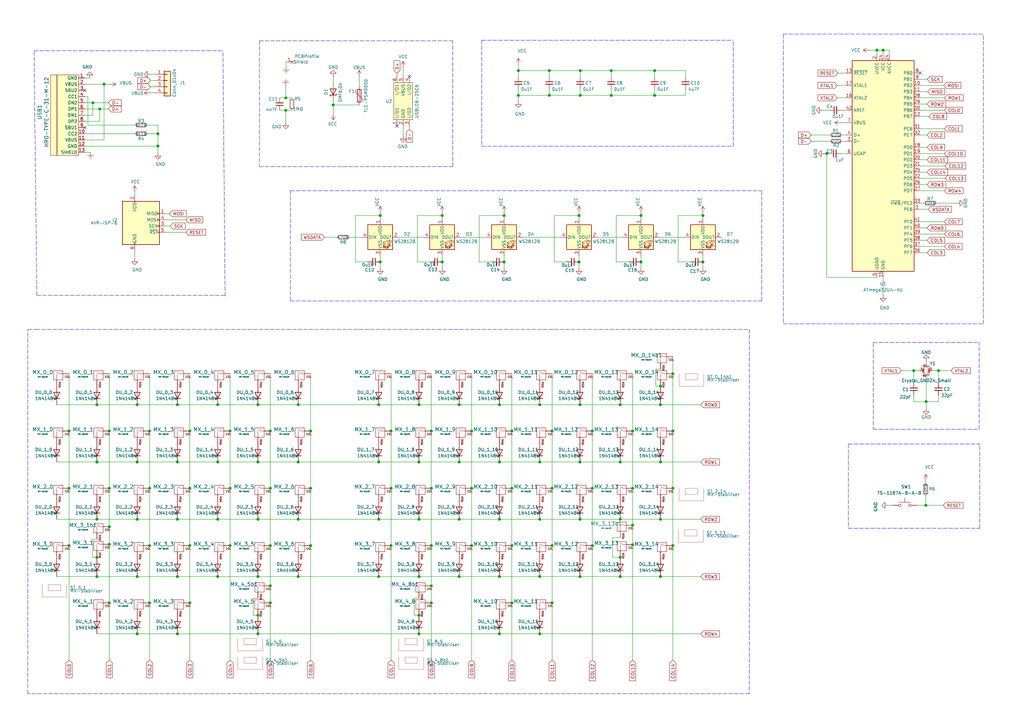
<source format=kicad_sch>
(kicad_sch (version 20230121) (generator eeschema)
  (paper "A3")
  (title_block (rev "1") (comment 1 "Design for JLCPCB 1-2 Layer Service"))
  (junction (at 171.831 189.484) (diameter 1.016))
  (junction (at 176.911 176.784) (diameter 1.016))
  (junction (at 89.281 165.989) (diameter 1.016))
  (junction (at 237.871 236.474) (diameter 1.016))
  (junction (at 237.998 28.956) (diameter 1.016))
  (junction (at 39.751 236.474) (diameter 1.016))
  (junction (at 64.77 54.864) (diameter 1.016))
  (junction (at 225.298 39.116) (diameter 1.016))
  (junction (at 288.29 107.442) (diameter 1.016))
  (junction (at 77.851 223.774) (diameter 1.016))
  (junction (at 171.831 252.349) (diameter 1.016))
  (junction (at 225.298 28.956) (diameter 1.016))
  (junction (at 379.73 207.264) (diameter 1.016))
  (junction (at 56.261 212.979) (diameter 1.016))
  (junction (at 268.478 28.956) (diameter 1.016))
  (junction (at 254.381 189.484) (diameter 1.016))
  (junction (at 171.831 259.969) (diameter 1.016))
  (junction (at 44.831 200.279) (diameter 1.016))
  (junction (at 254.381 236.474) (diameter 1.016))
  (junction (at 28.321 176.784) (diameter 1.016))
  (junction (at 181.356 88.392) (diameter 1.016))
  (junction (at 72.771 236.474) (diameter 1.016))
  (junction (at 110.871 176.784) (diameter 1.016))
  (junction (at 94.361 200.279) (diameter 1.016))
  (junction (at 242.951 176.784) (diameter 1.016))
  (junction (at 110.871 200.279) (diameter 1.016))
  (junction (at 77.851 176.784) (diameter 1.016))
  (junction (at 374.777 152.019) (diameter 1.016))
  (junction (at 56.261 189.484) (diameter 1.016))
  (junction (at 254.381 228.6) (diameter 1.016))
  (junction (at 155.321 189.484) (diameter 1.016))
  (junction (at 259.461 200.279) (diameter 1.016))
  (junction (at 268.478 39.116) (diameter 1.016))
  (junction (at 94.361 176.784) (diameter 1.016))
  (junction (at 122.301 236.474) (diameter 1.016))
  (junction (at 209.931 247.269) (diameter 1.016))
  (junction (at 237.998 39.116) (diameter 1.016))
  (junction (at 226.441 223.774) (diameter 1.016))
  (junction (at 206.756 107.442) (diameter 1.016))
  (junction (at 117.1956 40.1574) (diameter 1.016))
  (junction (at 193.421 176.784) (diameter 1.016))
  (junction (at 64.77 59.944) (diameter 1.016))
  (junction (at 221.361 259.969) (diameter 1.016))
  (junction (at 171.831 165.989) (diameter 1.016))
  (junction (at 209.931 223.774) (diameter 1.016))
  (junction (at 242.951 200.279) (diameter 1.016))
  (junction (at 61.341 223.774) (diameter 1.016))
  (junction (at 117.1956 45.2374) (diameter 1.016))
  (junction (at 171.831 212.979) (diameter 1.016))
  (junction (at 160.401 200.279) (diameter 1.016))
  (junction (at 160.401 223.774) (diameter 1.016))
  (junction (at 39.751 165.989) (diameter 1.016))
  (junction (at 204.851 189.484) (diameter 1.016))
  (junction (at 176.911 247.269) (diameter 1.016))
  (junction (at 262.89 107.442) (diameter 1.016))
  (junction (at 204.851 259.969) (diameter 1.016))
  (junction (at 44.831 176.784) (diameter 1.016))
  (junction (at 270.891 212.979) (diameter 1.016))
  (junction (at 44.831 223.266) (diameter 1.016))
  (junction (at 221.361 189.484) (diameter 1.016))
  (junction (at 105.791 212.979) (diameter 1.016))
  (junction (at 122.301 189.484) (diameter 1.016))
  (junction (at 209.931 176.784) (diameter 1.016))
  (junction (at 105.791 252.349) (diameter 1.016))
  (junction (at 221.361 236.474) (diameter 1.016))
  (junction (at 28.321 223.774) (diameter 1.016))
  (junction (at 188.341 236.474) (diameter 1.016))
  (junction (at 56.261 236.474) (diameter 1.016))
  (junction (at 105.791 165.989) (diameter 1.016))
  (junction (at 181.356 107.442) (diameter 1.016))
  (junction (at 206.756 88.392) (diameter 1.016))
  (junction (at 204.851 236.474) (diameter 1.016))
  (junction (at 56.261 259.969) (diameter 1.016))
  (junction (at 188.341 189.484) (diameter 1.016))
  (junction (at 250.698 28.956) (diameter 1.016))
  (junction (at 270.891 165.989) (diameter 1.016))
  (junction (at 127.381 176.784) (diameter 1.016))
  (junction (at 204.851 165.989) (diameter 1.016))
  (junction (at 72.771 189.484) (diameter 1.016))
  (junction (at 155.956 107.442) (diameter 1.016))
  (junction (at 171.831 236.474) (diameter 1.016))
  (junction (at 212.598 39.116) (diameter 1.016))
  (junction (at 339.09 62.992) (diameter 1.016))
  (junction (at 204.851 212.979) (diameter 1.016))
  (junction (at 42.672 34.544) (diameter 1.016))
  (junction (at 270.891 158.369) (diameter 1.016))
  (junction (at 77.851 200.279) (diameter 1.016))
  (junction (at 209.931 200.279) (diameter 1.016))
  (junction (at 89.281 236.474) (diameter 1.016))
  (junction (at 242.951 223.774) (diameter 1.016))
  (junction (at 270.891 236.474) (diameter 1.016))
  (junction (at 40.894 44.704) (diameter 1.016))
  (junction (at 221.361 165.989) (diameter 1.016))
  (junction (at 259.461 176.784) (diameter 1.016))
  (junction (at 127.381 200.279) (diameter 1.016))
  (junction (at 254.381 212.979) (diameter 1.016))
  (junction (at 384.937 152.019) (diameter 1.016))
  (junction (at 39.751 212.979) (diameter 1.016))
  (junction (at 275.971 200.279) (diameter 1.016))
  (junction (at 72.771 165.989) (diameter 1.016))
  (junction (at 105.791 236.474) (diameter 1.016))
  (junction (at 188.341 212.979) (diameter 1.016))
  (junction (at 155.321 165.989) (diameter 1.016))
  (junction (at 61.341 247.269) (diameter 1.016))
  (junction (at 237.49 107.442) (diameter 1.016))
  (junction (at 110.871 240.284) (diameter 1.016))
  (junction (at 237.871 212.979) (diameter 1.016))
  (junction (at 176.911 223.774) (diameter 1.016))
  (junction (at 28.321 200.279) (diameter 1.016))
  (junction (at 176.911 240.284) (diameter 1.016))
  (junction (at 262.89 88.392) (diameter 1.016))
  (junction (at 89.281 212.979) (diameter 1.016))
  (junction (at 270.891 189.484) (diameter 1.016))
  (junction (at 39.751 228.6) (diameter 1.016))
  (junction (at 127.381 223.774) (diameter 1.016))
  (junction (at 110.871 223.774) (diameter 1.016))
  (junction (at 89.281 189.484) (diameter 1.016))
  (junction (at 259.461 215.392) (diameter 1.016))
  (junction (at 250.698 39.116) (diameter 1.016))
  (junction (at 254.381 165.989) (diameter 1.016))
  (junction (at 94.361 223.774) (diameter 1.016))
  (junction (at 61.341 200.279) (diameter 1.016))
  (junction (at 122.301 165.989) (diameter 1.016))
  (junction (at 226.441 247.269) (diameter 1.016))
  (junction (at 39.751 189.484) (diameter 1.016))
  (junction (at 105.791 189.484) (diameter 1.016))
  (junction (at 226.441 176.784) (diameter 1.016))
  (junction (at 72.771 259.969) (diameter 1.016))
  (junction (at 155.956 88.392) (diameter 1.016))
  (junction (at 362.204 20.574) (diameter 1.016))
  (junction (at 44.831 247.269) (diameter 1.016))
  (junction (at 221.361 212.979) (diameter 1.016))
  (junction (at 237.871 165.989) (diameter 1.016))
  (junction (at 122.301 212.979) (diameter 1.016))
  (junction (at 77.851 247.269) (diameter 1.016))
  (junction (at 226.441 200.279) (diameter 1.016))
  (junction (at 56.261 165.989) (diameter 1.016))
  (junction (at 193.421 223.774) (diameter 1.016))
  (junction (at 155.321 236.474) (diameter 1.016))
  (junction (at 237.871 189.484) (diameter 1.016))
  (junction (at 379.857 164.719) (diameter 1.016))
  (junction (at 105.791 259.969) (diameter 1.016))
  (junction (at 136.652 43.053) (diameter 1.016))
  (junction (at 110.871 247.269) (diameter 1.016))
  (junction (at 275.971 223.774) (diameter 1.016))
  (junction (at 38.1 42.164) (diameter 1.016))
  (junction (at 259.461 223.393) (diameter 1.016))
  (junction (at 288.29 88.392) (diameter 1.016))
  (junction (at 237.49 88.392) (diameter 1.016))
  (junction (at 44.831 216.027) (diameter 1.016))
  (junction (at 61.341 176.784) (diameter 1.016))
  (junction (at 155.321 212.979) (diameter 1.016))
  (junction (at 160.401 176.784) (diameter 1.016))
  (junction (at 72.771 212.979) (diameter 1.016))
  (junction (at 275.971 176.784) (diameter 1.016))
  (junction (at 188.341 165.989) (diameter 1.016))
  (junction (at 212.598 28.956) (diameter 1.016))
  (junction (at 176.911 200.279) (diameter 1.016))
  (junction (at 275.971 153.289) (diameter 1.016))
  (junction (at 193.421 200.279) (diameter 1.016))
  (junction (at 359.664 20.574) (diameter 1.016))
  (no_connect (at 377.444 29.972))
  (no_connect (at 34.798 52.324))
  (no_connect (at 167.894 31.369))
  (no_connect (at 34.798 37.084))
  (no_connect (at 162.814 51.689))
  (wire (pts (xy 206.756 104.902) (xy 206.756 107.442)))
  (wire (pts (xy 64.77 54.864) (xy 64.77 59.944)))
  (wire (pts (xy 359.664 20.574) (xy 359.664 22.352)))
  (wire (pts (xy 237.49 87.122) (xy 237.49 88.392)))
  (polyline (pts (xy 321.31 13.97) (xy 321.31 132.842)) (stroke (width 0) (type dash)))
  (wire (pts (xy 181.356 87.122) (xy 181.356 88.392)))
  (wire (pts (xy 56.261 236.474) (xy 72.771 236.474)))
  (wire (pts (xy 147.32 31.369) (xy 147.32 35.433)))
  (wire (pts (xy 259.461 223.393) (xy 259.461 270.764)))
  (wire (pts (xy 188.341 212.979) (xy 204.851 212.979)))
  (wire (pts (xy 117.3226 25.4254) (xy 117.3226 27.4574)))
  (wire (pts (xy 42.672 34.544) (xy 42.672 57.404)))
  (wire (pts (xy 237.998 28.956) (xy 250.698 28.956)))
  (wire (pts (xy 377.444 45.212) (xy 387.35 45.212)))
  (wire (pts (xy 377.444 62.992) (xy 387.35 62.992)))
  (wire (pts (xy 379.857 154.559) (xy 379.857 164.719)))
  (wire (pts (xy 262.89 104.902) (xy 262.89 107.442)))
  (polyline (pts (xy 15.113 121.158) (xy 92.583 121.158)) (stroke (width 0) (type dash)))
  (polyline (pts (xy 321.31 132.842) (xy 403.352 132.842)) (stroke (width 0) (type dash)))
  (wire (pts (xy 339.09 62.992) (xy 338.074 62.992)))
  (wire (pts (xy 127.381 153.289) (xy 127.381 176.784)))
  (wire (pts (xy 176.911 223.774) (xy 176.911 240.284)))
  (polyline (pts (xy 197.612 16.51) (xy 197.612 59.944)) (stroke (width 0) (type dash)))
  (wire (pts (xy 39.751 165.989) (xy 56.261 165.989)))
  (wire (pts (xy 56.261 259.969) (xy 72.771 259.969)))
  (wire (pts (xy 136.652 41.529) (xy 136.652 43.053)))
  (wire (pts (xy 89.281 189.484) (xy 105.791 189.484)))
  (wire (pts (xy 136.652 43.053) (xy 136.652 46.609)))
  (wire (pts (xy 110.871 153.289) (xy 110.871 176.784)))
  (wire (pts (xy 384.937 152.019) (xy 390.017 152.019)))
  (wire (pts (xy 377.444 98.552) (xy 380.238 98.552)))
  (wire (pts (xy 245.11 97.282) (xy 255.27 97.282)))
  (wire (pts (xy 163.576 97.282) (xy 173.736 97.282)))
  (wire (pts (xy 377.444 85.852) (xy 380.746 85.852)))
  (wire (pts (xy 252.73 107.442) (xy 252.73 88.392)))
  (wire (pts (xy 55.245 102.87) (xy 55.245 106.045)))
  (wire (pts (xy 72.771 189.484) (xy 89.281 189.484)))
  (wire (pts (xy 250.698 28.956) (xy 268.478 28.956)))
  (wire (pts (xy 254.381 189.484) (xy 270.891 189.484)))
  (wire (pts (xy 227.33 88.392) (xy 237.49 88.392)))
  (wire (pts (xy 278.13 107.442) (xy 278.13 88.392)))
  (wire (pts (xy 23.241 236.474) (xy 39.751 236.474)))
  (wire (pts (xy 283.21 107.442) (xy 278.13 107.442)))
  (wire (pts (xy 377.444 55.372) (xy 380.238 55.372)))
  (wire (pts (xy 288.29 87.122) (xy 288.29 88.392)))
  (wire (pts (xy 275.971 200.279) (xy 275.971 223.774)))
  (wire (pts (xy 110.871 240.284) (xy 110.871 247.269)))
  (wire (pts (xy 171.831 212.979) (xy 188.341 212.979)))
  (wire (pts (xy 209.931 153.289) (xy 209.931 176.784)))
  (wire (pts (xy 254.381 212.979) (xy 270.891 212.979)))
  (wire (pts (xy 44.831 200.279) (xy 44.831 216.027)))
  (wire (pts (xy 77.851 247.269) (xy 77.851 270.764)))
  (polyline (pts (xy 11.43 135.128) (xy 14.732 135.128)) (stroke (width 0) (type dash)))
  (wire (pts (xy 209.931 247.269) (xy 209.931 270.764)))
  (wire (pts (xy 110.871 247.269) (xy 110.871 270.764)))
  (polyline (pts (xy 185.674 68.326) (xy 185.674 16.764)) (stroke (width 0) (type dash)))
  (wire (pts (xy 242.951 153.289) (xy 242.951 176.784)))
  (wire (pts (xy 250.698 39.116) (xy 268.478 39.116)))
  (polyline (pts (xy 11.43 284.48) (xy 11.43 135.128)) (stroke (width 0) (type dash)))
  (wire (pts (xy 117.1956 40.1574) (xy 119.7356 40.1574)))
  (wire (pts (xy 212.598 26.416) (xy 212.598 28.956)))
  (wire (pts (xy 268.478 39.116) (xy 281.178 39.116)))
  (wire (pts (xy 155.956 88.392) (xy 155.956 89.662)))
  (wire (pts (xy 171.196 88.392) (xy 181.356 88.392)))
  (wire (pts (xy 56.261 189.484) (xy 72.771 189.484)))
  (wire (pts (xy 40.894 49.784) (xy 34.798 49.784)))
  (wire (pts (xy 34.798 54.864) (xy 55.372 54.864)))
  (wire (pts (xy 364.236 207.264) (xy 366.014 207.264)))
  (polyline (pts (xy 401.574 176.022) (xy 401.574 140.462)) (stroke (width 0) (type dash)))
  (wire (pts (xy 252.73 88.392) (xy 262.89 88.392)))
  (wire (pts (xy 160.401 153.289) (xy 160.401 176.784)))
  (wire (pts (xy 288.29 107.442) (xy 288.29 109.982)))
  (wire (pts (xy 155.321 189.484) (xy 171.831 189.484)))
  (wire (pts (xy 259.461 200.279) (xy 259.461 215.392)))
  (wire (pts (xy 38.1 42.164) (xy 38.1 47.244)))
  (wire (pts (xy 110.871 223.774) (xy 110.871 240.284)))
  (polyline (pts (xy 197.612 16.51) (xy 300.736 16.51)) (stroke (width 0) (type dash)))
  (wire (pts (xy 28.321 176.784) (xy 28.321 200.279)))
  (wire (pts (xy 227.33 107.442) (xy 227.33 88.392)))
  (wire (pts (xy 23.241 189.484) (xy 39.751 189.484)))
  (wire (pts (xy 39.751 189.484) (xy 56.261 189.484)))
  (wire (pts (xy 34.798 32.004) (xy 36.83 32.004)))
  (polyline (pts (xy 197.612 59.944) (xy 300.736 59.944)) (stroke (width 0) (type dash)))
  (wire (pts (xy 237.998 36.576) (xy 237.998 39.116)))
  (wire (pts (xy 212.598 36.576) (xy 212.598 39.116)))
  (wire (pts (xy 204.851 165.989) (xy 221.361 165.989)))
  (wire (pts (xy 105.791 245.364) (xy 103.886 245.364)))
  (wire (pts (xy 133.096 97.282) (xy 138.176 97.282)))
  (wire (pts (xy 114.6556 40.1574) (xy 117.1956 40.1574)))
  (wire (pts (xy 40.894 44.704) (xy 44.45 44.704)))
  (wire (pts (xy 379.73 207.264) (xy 386.842 207.264)))
  (wire (pts (xy 362.204 22.352) (xy 362.204 20.574)))
  (wire (pts (xy 204.851 189.484) (xy 221.361 189.484)))
  (wire (pts (xy 162.814 30.099) (xy 162.814 31.369)))
  (wire (pts (xy 61.341 153.289) (xy 61.341 176.784)))
  (wire (pts (xy 374.777 152.019) (xy 374.777 157.099)))
  (wire (pts (xy 110.871 176.784) (xy 110.871 200.279)))
  (wire (pts (xy 176.911 247.269) (xy 176.911 270.764)))
  (wire (pts (xy 193.421 176.784) (xy 193.421 200.279)))
  (wire (pts (xy 339.09 62.992) (xy 339.09 113.792)))
  (wire (pts (xy 257.81 107.442) (xy 252.73 107.442)))
  (wire (pts (xy 61.341 200.279) (xy 61.341 223.774)))
  (wire (pts (xy 23.241 165.989) (xy 39.751 165.989)))
  (wire (pts (xy 155.956 104.902) (xy 155.956 107.442)))
  (wire (pts (xy 226.441 247.269) (xy 226.441 270.764)))
  (wire (pts (xy 34.798 62.484) (xy 37.084 62.484)))
  (wire (pts (xy 72.771 212.979) (xy 89.281 212.979)))
  (wire (pts (xy 122.301 236.474) (xy 155.321 236.474)))
  (polyline (pts (xy 307.34 135.128) (xy 307.34 284.48)) (stroke (width 0) (type dash)))
  (wire (pts (xy 377.444 90.932) (xy 387.35 90.932)))
  (polyline (pts (xy 13.97 20.828) (xy 91.44 20.828)) (stroke (width 0) (type dash)))
  (wire (pts (xy 384.937 164.719) (xy 384.937 162.179)))
  (wire (pts (xy 259.461 215.392) (xy 259.461 223.393)))
  (wire (pts (xy 242.951 200.279) (xy 242.951 223.774)))
  (wire (pts (xy 117.1956 45.2374) (xy 119.7356 45.2374)))
  (wire (pts (xy 242.951 176.784) (xy 242.951 200.279)))
  (wire (pts (xy 188.976 97.282) (xy 199.136 97.282)))
  (wire (pts (xy 155.321 212.979) (xy 171.831 212.979)))
  (wire (pts (xy 251.206 220.472) (xy 251.206 228.6)))
  (wire (pts (xy 39.751 221.107) (xy 37.973 221.107)))
  (wire (pts (xy 44.831 153.289) (xy 44.831 176.784)))
  (wire (pts (xy 332.74 57.912) (xy 340.36 57.912)))
  (wire (pts (xy 209.931 200.279) (xy 209.931 223.774)))
  (wire (pts (xy 206.756 88.392) (xy 206.756 89.662)))
  (polyline (pts (xy 347.98 216.662) (xy 401.828 216.662)) (stroke (width 0) (type dash)))
  (wire (pts (xy 34.798 44.704) (xy 40.894 44.704)))
  (polyline (pts (xy 401.828 216.662) (xy 401.828 182.118)) (stroke (width 0) (type dash)))
  (wire (pts (xy 237.871 236.474) (xy 254.381 236.474)))
  (wire (pts (xy 344.932 50.292) (xy 346.964 50.292)))
  (wire (pts (xy 171.831 165.989) (xy 188.341 165.989)))
  (wire (pts (xy 77.851 176.784) (xy 77.851 200.279)))
  (wire (pts (xy 160.401 200.279) (xy 160.401 223.774)))
  (wire (pts (xy 34.798 34.544) (xy 42.672 34.544)))
  (wire (pts (xy 288.29 104.902) (xy 288.29 107.442)))
  (wire (pts (xy 171.196 107.442) (xy 171.196 88.392)))
  (wire (pts (xy 188.341 189.484) (xy 204.851 189.484)))
  (wire (pts (xy 94.361 153.289) (xy 94.361 176.784)))
  (wire (pts (xy 61.722 35.56) (xy 63.5 35.56)))
  (wire (pts (xy 105.791 189.484) (xy 122.301 189.484)))
  (wire (pts (xy 377.444 70.612) (xy 380.238 70.612)))
  (wire (pts (xy 89.281 236.474) (xy 105.791 236.474)))
  (wire (pts (xy 103.886 245.364) (xy 103.886 252.349)))
  (wire (pts (xy 379.73 197.104) (xy 379.73 198.12)))
  (wire (pts (xy 268.986 151.384) (xy 268.986 158.369)))
  (wire (pts (xy 369.697 152.019) (xy 374.777 152.019)))
  (wire (pts (xy 181.356 107.442) (xy 181.356 109.982)))
  (wire (pts (xy 64.77 51.308) (xy 64.77 54.864)))
  (wire (pts (xy 374.777 152.019) (xy 377.317 152.019)))
  (wire (pts (xy 39.751 212.979) (xy 56.261 212.979)))
  (wire (pts (xy 94.361 200.279) (xy 94.361 223.774)))
  (wire (pts (xy 270.891 151.384) (xy 268.986 151.384)))
  (wire (pts (xy 39.751 259.969) (xy 56.261 259.969)))
  (wire (pts (xy 254.381 220.472) (xy 251.206 220.472)))
  (wire (pts (xy 254.381 236.474) (xy 270.891 236.474)))
  (wire (pts (xy 155.956 107.442) (xy 155.956 109.982)))
  (wire (pts (xy 262.89 87.122) (xy 262.89 88.392)))
  (wire (pts (xy 251.206 228.6) (xy 254.381 228.6)))
  (wire (pts (xy 34.798 42.164) (xy 38.1 42.164)))
  (wire (pts (xy 28.321 200.279) (xy 28.321 223.774)))
  (wire (pts (xy 212.598 28.956) (xy 212.598 31.496)))
  (wire (pts (xy 226.441 176.784) (xy 226.441 200.279)))
  (wire (pts (xy 377.444 35.052) (xy 387.096 35.052)))
  (wire (pts (xy 143.256 97.282) (xy 148.336 97.282)))
  (wire (pts (xy 343.408 40.132) (xy 346.964 40.132)))
  (wire (pts (xy 237.871 165.989) (xy 254.381 165.989)))
  (wire (pts (xy 176.911 240.284) (xy 176.911 247.269)))
  (wire (pts (xy 103.886 252.349) (xy 105.791 252.349)))
  (wire (pts (xy 171.831 245.364) (xy 169.926 245.364)))
  (wire (pts (xy 362.204 113.792) (xy 362.204 121.158)))
  (wire (pts (xy 171.831 259.969) (xy 204.851 259.969)))
  (wire (pts (xy 237.998 39.116) (xy 250.698 39.116)))
  (wire (pts (xy 377.444 47.752) (xy 381 47.752)))
  (wire (pts (xy 136.652 31.369) (xy 136.652 33.909)))
  (wire (pts (xy 377.444 83.312) (xy 378.968 83.312)))
  (wire (pts (xy 34.798 59.944) (xy 64.77 59.944)))
  (wire (pts (xy 374.777 164.719) (xy 379.857 164.719)))
  (wire (pts (xy 377.444 42.672) (xy 380.238 42.672)))
  (wire (pts (xy 105.791 212.979) (xy 122.301 212.979)))
  (wire (pts (xy 39.751 236.474) (xy 56.261 236.474)))
  (wire (pts (xy 270.891 165.989) (xy 287.401 165.989)))
  (wire (pts (xy 254.381 165.989) (xy 270.891 165.989)))
  (wire (pts (xy 270.891 212.979) (xy 287.401 212.979)))
  (wire (pts (xy 176.911 176.784) (xy 176.911 200.279)))
  (wire (pts (xy 176.276 107.442) (xy 171.196 107.442)))
  (wire (pts (xy 237.871 189.484) (xy 254.381 189.484)))
  (wire (pts (xy 377.444 68.072) (xy 387.604 68.072)))
  (wire (pts (xy 377.444 103.632) (xy 380.238 103.632)))
  (wire (pts (xy 337.312 45.212) (xy 340.106 45.212)))
  (wire (pts (xy 94.361 223.774) (xy 94.361 270.764)))
  (wire (pts (xy 221.361 259.969) (xy 287.401 259.969)))
  (polyline (pts (xy 300.736 59.944) (xy 300.736 16.51)) (stroke (width 0) (type dash)))
  (wire (pts (xy 61.722 30.48) (xy 63.5 30.48)))
  (wire (pts (xy 188.341 165.989) (xy 204.851 165.989)))
  (wire (pts (xy 150.876 107.442) (xy 145.796 107.442)))
  (wire (pts (xy 155.956 87.122) (xy 155.956 88.392)))
  (wire (pts (xy 214.376 97.282) (xy 229.87 97.282)))
  (wire (pts (xy 250.698 36.576) (xy 250.698 39.116)) (stroke (width 0.152)))
  (wire (pts (xy 209.931 223.774) (xy 209.931 247.269)))
  (wire (pts (xy 339.852 62.992) (xy 339.09 62.992)))
  (wire (pts (xy 377.444 52.832) (xy 387.35 52.832)))
  (polyline (pts (xy 307.34 284.48) (xy 11.43 284.48)) (stroke (width 0) (type dash)))
  (wire (pts (xy 268.986 158.369) (xy 270.891 158.369)))
  (wire (pts (xy 34.798 39.624) (xy 36.068 39.624)))
  (wire (pts (xy 67.945 90.17) (xy 76.2 90.17)))
  (wire (pts (xy 44.831 176.784) (xy 44.831 200.279)))
  (wire (pts (xy 268.478 36.576) (xy 268.478 39.116)))
  (polyline (pts (xy 312.42 123.444) (xy 312.42 78.232)) (stroke (width 0) (type dash)))
  (wire (pts (xy 343.408 35.052) (xy 346.964 35.052)))
  (wire (pts (xy 259.461 153.289) (xy 259.461 176.784)))
  (wire (pts (xy 270.891 236.474) (xy 287.401 236.474)))
  (wire (pts (xy 364.744 20.574) (xy 364.744 22.352)))
  (polyline (pts (xy 106.426 16.764) (xy 185.674 16.764)) (stroke (width 0) (type dash)))
  (wire (pts (xy 165.354 27.686) (xy 165.354 31.369)))
  (polyline (pts (xy 13.97 21.082) (xy 15.113 121.158)) (stroke (width 0) (type dash)))
  (wire (pts (xy 379.857 164.719) (xy 384.937 164.719)))
  (wire (pts (xy 268.478 28.956) (xy 281.178 28.956)))
  (wire (pts (xy 343.662 29.972) (xy 346.964 29.972)))
  (wire (pts (xy 339.09 113.792) (xy 359.664 113.792)))
  (wire (pts (xy 181.356 88.392) (xy 181.356 89.662)))
  (polyline (pts (xy 119.126 78.232) (xy 312.42 78.232)) (stroke (width 0) (type dash)))
  (wire (pts (xy 167.894 51.689) (xy 167.894 53.086)))
  (wire (pts (xy 89.281 165.989) (xy 105.791 165.989)))
  (wire (pts (xy 359.664 20.574) (xy 362.204 20.574)))
  (polyline (pts (xy 14.732 135.128) (xy 307.34 135.128)) (stroke (width 0) (type dash)))
  (wire (pts (xy 221.361 212.979) (xy 237.871 212.979)))
  (wire (pts (xy 281.178 36.576) (xy 281.178 39.116)))
  (polyline (pts (xy 321.31 13.97) (xy 403.352 13.97)) (stroke (width 0) (type dash)))
  (wire (pts (xy 221.361 189.484) (xy 237.871 189.484)))
  (wire (pts (xy 377.444 73.152) (xy 387.604 73.152)))
  (wire (pts (xy 34.798 57.404) (xy 42.672 57.404)))
  (wire (pts (xy 212.598 39.116) (xy 225.298 39.116)))
  (wire (pts (xy 171.831 236.474) (xy 188.341 236.474)))
  (polyline (pts (xy 358.14 140.716) (xy 358.14 176.022)) (stroke (width 0) (type dash)))
  (wire (pts (xy 254.381 228.6) (xy 254.381 228.854)))
  (wire (pts (xy 377.444 96.012) (xy 387.35 96.012)))
  (polyline (pts (xy 106.426 16.764) (xy 106.426 68.326)) (stroke (width 0) (type dash)))
  (wire (pts (xy 204.851 236.474) (xy 221.361 236.474)))
  (wire (pts (xy 345.44 57.912) (xy 346.964 57.912)))
  (wire (pts (xy 38.1 42.164) (xy 44.45 42.164)))
  (wire (pts (xy 117.1956 40.1574) (xy 117.1956 35.0774)))
  (polyline (pts (xy 358.14 176.022) (xy 401.574 176.022)) (stroke (width 0) (type dash)))
  (wire (pts (xy 127.381 176.784) (xy 127.381 200.279)))
  (wire (pts (xy 237.871 212.979) (xy 254.381 212.979)))
  (wire (pts (xy 40.894 44.704) (xy 40.894 49.784)))
  (wire (pts (xy 165.354 51.689) (xy 165.354 55.753)))
  (wire (pts (xy 377.444 40.132) (xy 387.35 40.132)))
  (polyline (pts (xy 119.126 123.444) (xy 312.42 123.444)) (stroke (width 0) (type dash)))
  (wire (pts (xy 237.49 107.442) (xy 237.49 109.982)))
  (wire (pts (xy 379.857 148.082) (xy 379.857 149.479)))
  (wire (pts (xy 169.926 252.349) (xy 171.831 252.349)))
  (wire (pts (xy 242.951 223.774) (xy 242.951 270.764)))
  (wire (pts (xy 377.444 32.512) (xy 380.2888 32.512)))
  (wire (pts (xy 56.261 212.979) (xy 72.771 212.979)))
  (wire (pts (xy 122.301 189.484) (xy 155.321 189.484)))
  (wire (pts (xy 64.77 59.944) (xy 64.77 62.738)))
  (wire (pts (xy 110.871 200.279) (xy 110.871 223.774)))
  (wire (pts (xy 169.926 245.364) (xy 169.926 252.349)))
  (wire (pts (xy 209.931 176.784) (xy 209.931 200.279)))
  (wire (pts (xy 345.186 45.212) (xy 346.964 45.212)))
  (wire (pts (xy 36.068 51.308) (xy 55.372 51.308)))
  (wire (pts (xy 36.068 39.624) (xy 36.068 51.308)))
  (wire (pts (xy 206.756 87.122) (xy 206.756 88.392)))
  (wire (pts (xy 77.851 153.289) (xy 77.851 176.784)))
  (wire (pts (xy 145.796 88.392) (xy 155.956 88.392)))
  (wire (pts (xy 155.321 165.989) (xy 171.831 165.989)))
  (wire (pts (xy 160.401 176.784) (xy 160.401 200.279)))
  (wire (pts (xy 344.932 62.992) (xy 346.964 62.992)))
  (wire (pts (xy 61.341 247.269) (xy 61.341 270.764)))
  (wire (pts (xy 225.298 28.956) (xy 237.998 28.956)))
  (wire (pts (xy 225.298 36.576) (xy 225.298 39.116)))
  (wire (pts (xy 225.298 28.956) (xy 225.298 31.496)))
  (wire (pts (xy 345.44 55.372) (xy 346.964 55.372)))
  (wire (pts (xy 176.911 200.279) (xy 176.911 223.774)))
  (wire (pts (xy 171.831 189.484) (xy 188.341 189.484)))
  (wire (pts (xy 72.771 165.989) (xy 89.281 165.989)))
  (wire (pts (xy 61.722 33.02) (xy 63.5 33.02)))
  (wire (pts (xy 105.791 259.969) (xy 171.831 259.969)))
  (wire (pts (xy 114.6556 45.2374) (xy 117.1956 45.2374)))
  (wire (pts (xy 275.971 146.304) (xy 275.971 153.289)))
  (polyline (pts (xy 92.329 121.412) (xy 91.44 20.828)) (stroke (width 0) (type dash)))
  (wire (pts (xy 23.241 212.979) (xy 39.751 212.979)))
  (wire (pts (xy 188.341 236.474) (xy 204.851 236.474)))
  (wire (pts (xy 212.598 41.656) (xy 212.598 39.116)))
  (wire (pts (xy 376.174 207.264) (xy 379.73 207.264)))
  (wire (pts (xy 122.301 212.979) (xy 155.321 212.979)))
  (wire (pts (xy 221.361 165.989) (xy 237.871 165.989)))
  (wire (pts (xy 196.596 107.442) (xy 196.596 88.392)))
  (wire (pts (xy 275.971 176.784) (xy 275.971 200.279)))
  (wire (pts (xy 105.791 165.989) (xy 122.301 165.989)))
  (wire (pts (xy 204.851 212.979) (xy 221.361 212.979)))
  (wire (pts (xy 38.1 47.244) (xy 34.798 47.244)))
  (wire (pts (xy 145.796 107.442) (xy 145.796 88.392)))
  (wire (pts (xy 127.381 200.279) (xy 127.381 223.774)))
  (wire (pts (xy 105.791 236.474) (xy 122.301 236.474)))
  (polyline (pts (xy 347.98 182.118) (xy 347.98 216.662)) (stroke (width 0) (type dash)))
  (wire (pts (xy 237.49 88.392) (xy 237.49 89.662)))
  (wire (pts (xy 268.478 28.956) (xy 268.478 31.496)))
  (wire (pts (xy 384.937 152.019) (xy 384.937 157.099)))
  (wire (pts (xy 254.381 228.473) (xy 254.381 228.6)))
  (wire (pts (xy 196.596 88.392) (xy 206.756 88.392)))
  (wire (pts (xy 384.048 83.312) (xy 392.43 83.312)))
  (wire (pts (xy 332.74 55.372) (xy 340.36 55.372)))
  (wire (pts (xy 225.298 39.116) (xy 237.998 39.116)))
  (wire (pts (xy 275.971 153.289) (xy 275.971 176.784)))
  (wire (pts (xy 94.361 176.784) (xy 94.361 200.279)))
  (wire (pts (xy 226.441 153.289) (xy 226.441 176.784)))
  (wire (pts (xy 262.89 107.442) (xy 262.89 109.982)))
  (wire (pts (xy 226.441 200.279) (xy 226.441 223.774)))
  (wire (pts (xy 77.851 223.774) (xy 77.851 247.269)))
  (wire (pts (xy 221.361 236.474) (xy 237.871 236.474)))
  (wire (pts (xy 44.831 216.027) (xy 44.831 223.266)))
  (wire (pts (xy 262.89 88.392) (xy 262.89 89.662)))
  (wire (pts (xy 270.891 189.484) (xy 287.401 189.484)))
  (wire (pts (xy 61.341 223.774) (xy 61.341 247.269)))
  (wire (pts (xy 374.777 162.179) (xy 374.777 164.719)))
  (wire (pts (xy 176.911 153.289) (xy 176.911 176.784)))
  (wire (pts (xy 72.771 259.969) (xy 105.791 259.969)))
  (wire (pts (xy 193.421 223.774) (xy 193.421 270.764)))
  (wire (pts (xy 377.444 93.472) (xy 380.238 93.472)))
  (wire (pts (xy 377.444 37.592) (xy 380.492 37.592)))
  (wire (pts (xy 42.672 34.544) (xy 44.958 34.544)))
  (wire (pts (xy 67.945 95.25) (xy 76.2 95.25)))
  (wire (pts (xy 232.41 107.442) (xy 227.33 107.442)))
  (wire (pts (xy 259.461 176.784) (xy 259.461 200.279)))
  (wire (pts (xy 379.857 164.719) (xy 379.857 167.513)))
  (wire (pts (xy 193.421 200.279) (xy 193.421 223.774)))
  (wire (pts (xy 61.722 38.1) (xy 63.5 38.1)))
  (wire (pts (xy 37.973 228.6) (xy 39.751 228.6)))
  (wire (pts (xy 377.444 65.532) (xy 380.238 65.532)))
  (wire (pts (xy 136.652 43.053) (xy 147.32 43.053)))
  (wire (pts (xy 72.771 236.474) (xy 89.281 236.474)))
  (wire (pts (xy 117.1956 50.3174) (xy 117.1956 45.2374)))
  (wire (pts (xy 212.598 28.956) (xy 225.298 28.956)))
  (wire (pts (xy 201.676 107.442) (xy 196.596 107.442)))
  (wire (pts (xy 44.831 223.266) (xy 44.831 247.269)))
  (wire (pts (xy 37.973 221.107) (xy 37.973 228.6)))
  (wire (pts (xy 270.51 97.282) (xy 280.67 97.282)))
  (wire (pts (xy 67.945 87.63) (xy 69.469 87.63)))
  (wire (pts (xy 193.421 153.289) (xy 193.421 176.784)))
  (wire (pts (xy 60.452 51.308) (xy 64.77 51.308)))
  (wire (pts (xy 382.397 152.019) (xy 384.937 152.019)))
  (wire (pts (xy 237.998 28.956) (xy 237.998 31.496)))
  (wire (pts (xy 89.281 212.979) (xy 105.791 212.979)))
  (wire (pts (xy 281.178 28.956) (xy 281.178 31.496)))
  (wire (pts (xy 278.13 88.392) (xy 288.29 88.392)))
  (wire (pts (xy 204.851 259.969) (xy 221.361 259.969)))
  (wire (pts (xy 160.401 223.774) (xy 160.401 270.764)))
  (wire (pts (xy 28.321 223.774) (xy 28.321 270.764)))
  (wire (pts (xy 127.381 223.774) (xy 127.381 270.764)))
  (wire (pts (xy 226.441 223.774) (xy 226.441 247.269)))
  (wire (pts (xy 237.49 104.902) (xy 237.49 107.442)))
  (wire (pts (xy 56.261 165.989) (xy 72.771 165.989)))
  (wire (pts (xy 55.245 78.74) (xy 55.245 80.01)))
  (wire (pts (xy 379.73 207.264) (xy 379.73 203.2)))
  (polyline (pts (xy 358.14 140.462) (xy 401.574 140.462)) (stroke (width 0) (type dash)))
  (wire (pts (xy 250.698 28.956) (xy 250.698 31.496)))
  (wire (pts (xy 288.29 88.392) (xy 288.29 89.662)))
  (wire (pts (xy 377.444 60.452) (xy 380.238 60.452)))
  (wire (pts (xy 60.452 54.864) (xy 64.77 54.864)))
  (wire (pts (xy 377.444 75.692) (xy 380.238 75.692)))
  (wire (pts (xy 155.321 236.474) (xy 171.831 236.474)))
  (polyline (pts (xy 403.352 132.842) (xy 403.352 13.97)) (stroke (width 0) (type dash)))
  (wire (pts (xy 362.204 20.574) (xy 364.744 20.574)))
  (polyline (pts (xy 347.98 182.118) (xy 401.828 182.118)) (stroke (width 0) (type dash)))
  (wire (pts (xy 356.616 20.574) (xy 359.664 20.574)))
  (polyline (pts (xy 119.126 78.232) (xy 119.126 123.444)) (stroke (width 0) (type dash)))
  (wire (pts (xy 44.831 247.269) (xy 44.831 270.764)))
  (wire (pts (xy 61.341 176.784) (xy 61.341 200.279)))
  (wire (pts (xy 28.321 153.289) (xy 28.321 176.784)))
  (wire (pts (xy 39.751 228.6) (xy 39.751 228.854)))
  (wire (pts (xy 77.851 200.279) (xy 77.851 223.774)))
  (wire (pts (xy 122.301 165.989) (xy 155.321 165.989)))
  (wire (pts (xy 181.356 104.902) (xy 181.356 107.442)))
  (wire (pts (xy 377.444 78.232) (xy 387.35 78.232)))
  (polyline (pts (xy 106.426 68.326) (xy 185.674 68.326)) (stroke (width 0) (type dash)))
  (wire (pts (xy 39.751 228.346) (xy 39.751 228.6)))
  (wire (pts (xy 275.971 223.774) (xy 275.971 270.764)))
  (wire (pts (xy 206.756 107.442) (xy 206.756 109.982)))
  (wire (pts (xy 67.945 92.71) (xy 69.85 92.71)))
  (wire (pts (xy 377.444 101.092) (xy 387.35 101.092)))
  (global_label "COL11" (shape input) (at 226.441 270.764 270) (property "Intersheetrefs" "${INTERSHEET_REFS}" (effects hide)))
  (global_label "ROW3" (shape input) (at 380.238 75.692 0) (property "Intersheetrefs" "${INTERSHEET_REFS}" (effects hide)))
  (global_label "COL6" (shape input) (at 387.35 96.012 0) (property "Intersheetrefs" "${INTERSHEET_REFS}" (effects hide)))
  (global_label "COL12" (shape input) (at 242.951 270.764 270) (property "Intersheetrefs" "${INTERSHEET_REFS}" (effects hide)))
  (global_label "COL2" (shape input) (at 380.238 55.372 0) (property "Intersheetrefs" "${INTERSHEET_REFS}" (effects hide)))
  (global_label "COL1" (shape input) (at 387.35 52.832 0) (property "Intersheetrefs" "${INTERSHEET_REFS}" (effects hide)))
  (global_label "MOSI" (shape input) (at 387.096 35.052 0) (property "Intersheetrefs" "${INTERSHEET_REFS}" (effects hide)))
  (global_label "D-" (shape input) (at 44.45 42.164 0) (property "Intersheetrefs" "${INTERSHEET_REFS}" (effects hide)))
  (global_label "D-" (shape input) (at 61.722 35.56 180) (property "Intersheetrefs" "${INTERSHEET_REFS}" (effects hide)))
  (global_label "COL3" (shape input) (at 77.851 270.764 270) (property "Intersheetrefs" "${INTERSHEET_REFS}" (effects hide)))
  (global_label "WSDATA" (shape input) (at 133.096 97.282 180) (property "Intersheetrefs" "${INTERSHEET_REFS}" (effects hide)))
  (global_label "COL0" (shape input) (at 387.35 45.212 0) (property "Intersheetrefs" "${INTERSHEET_REFS}" (effects hide)))
  (global_label "D+" (shape input) (at 162.814 30.099 90) (property "Intersheetrefs" "${INTERSHEET_REFS}" (effects hide)))
  (global_label "COL10" (shape input) (at 209.931 270.764 270) (property "Intersheetrefs" "${INTERSHEET_REFS}" (effects hide)))
  (global_label "XTAL1" (shape input) (at 343.408 35.052 180) (property "Intersheetrefs" "${INTERSHEET_REFS}" (effects hide)))
  (global_label "COL11" (shape input) (at 380.238 65.532 0) (property "Intersheetrefs" "${INTERSHEET_REFS}" (effects hide)))
  (global_label "COL9" (shape input) (at 193.421 270.764 270) (property "Intersheetrefs" "${INTERSHEET_REFS}" (effects hide)))
  (global_label "WSDATA" (shape input) (at 380.746 85.852 0) (property "Intersheetrefs" "${INTERSHEET_REFS}" (effects hide)))
  (global_label "XTAL1" (shape input) (at 369.697 152.019 180) (property "Intersheetrefs" "${INTERSHEET_REFS}" (effects hide)))
  (global_label "COL4" (shape input) (at 387.35 101.092 0) (property "Intersheetrefs" "${INTERSHEET_REFS}" (effects hide)))
  (global_label "COL6" (shape input) (at 127.381 270.764 270) (property "Intersheetrefs" "${INTERSHEET_REFS}" (effects hide)))
  (global_label "D+" (shape input) (at 44.45 44.704 0) (property "Intersheetrefs" "${INTERSHEET_REFS}" (effects hide)))
  (global_label "COL2" (shape input) (at 61.341 270.764 270) (property "Intersheetrefs" "${INTERSHEET_REFS}" (effects hide)))
  (global_label "COL5" (shape input) (at 380.238 98.552 0) (property "Intersheetrefs" "${INTERSHEET_REFS}" (effects hide)))
  (global_label "COL14" (shape input) (at 380.238 70.612 0) (property "Intersheetrefs" "${INTERSHEET_REFS}" (effects hide)))
  (global_label "ROW4" (shape input) (at 287.401 259.969 0) (property "Intersheetrefs" "${INTERSHEET_REFS}" (effects hide)))
  (global_label "MISO" (shape input) (at 76.2 90.17 0) (property "Intersheetrefs" "${INTERSHEET_REFS}" (effects hide)))
  (global_label "ROW3" (shape input) (at 287.401 236.474 0) (property "Intersheetrefs" "${INTERSHEET_REFS}" (effects hide)))
  (global_label "SCK" (shape input) (at 380.2888 32.512 0) (property "Intersheetrefs" "${INTERSHEET_REFS}" (effects hide)))
  (global_label "MOSI" (shape input) (at 69.469 87.63 0) (property "Intersheetrefs" "${INTERSHEET_REFS}" (effects hide)))
  (global_label "COL8" (shape input) (at 381 47.752 0) (property "Intersheetrefs" "${INTERSHEET_REFS}" (effects hide)))
  (global_label "COL5" (shape input) (at 110.871 270.764 270) (property "Intersheetrefs" "${INTERSHEET_REFS}" (effects hide)))
  (global_label "COL12" (shape input) (at 387.604 68.072 0) (property "Intersheetrefs" "${INTERSHEET_REFS}" (effects hide)))
  (global_label "D-" (shape input) (at 167.894 53.086 270) (property "Intersheetrefs" "${INTERSHEET_REFS}" (effects hide)))
  (global_label "COL8" (shape input) (at 176.911 270.764 270) (property "Intersheetrefs" "${INTERSHEET_REFS}" (effects hide)))
  (global_label "COL4" (shape input) (at 94.361 270.764 270) (property "Intersheetrefs" "${INTERSHEET_REFS}" (effects hide)))
  (global_label "XTAL2" (shape input) (at 343.408 40.132 180) (property "Intersheetrefs" "${INTERSHEET_REFS}" (effects hide)))
  (global_label "ROW0" (shape input) (at 287.401 165.989 0) (property "Intersheetrefs" "${INTERSHEET_REFS}" (effects hide)))
  (global_label "COL7" (shape input) (at 160.401 270.764 270) (property "Intersheetrefs" "${INTERSHEET_REFS}" (effects hide)))
  (global_label "COL9" (shape input) (at 380.238 60.452 0) (property "Intersheetrefs" "${INTERSHEET_REFS}" (effects hide)))
  (global_label "SCK" (shape input) (at 69.85 92.71 0) (property "Intersheetrefs" "${INTERSHEET_REFS}" (effects hide)))
  (global_label "D+" (shape input) (at 332.74 55.372 180) (property "Intersheetrefs" "${INTERSHEET_REFS}" (effects hide)))
  (global_label "COL3" (shape input) (at 380.238 103.632 0) (property "Intersheetrefs" "${INTERSHEET_REFS}" (effects hide)))
  (global_label "XTAL2" (shape input) (at 390.017 152.019 0) (property "Intersheetrefs" "${INTERSHEET_REFS}" (effects hide)))
  (global_label "COL1" (shape input) (at 44.831 270.764 270) (property "Intersheetrefs" "${INTERSHEET_REFS}" (effects hide)))
  (global_label "RESET" (shape input) (at 343.662 29.972 180) (property "Intersheetrefs" "${INTERSHEET_REFS}" (effects hide)))
  (global_label "RESET" (shape input) (at 76.2 95.25 0) (property "Intersheetrefs" "${INTERSHEET_REFS}" (effects hide)))
  (global_label "COL0" (shape input) (at 28.321 270.764 270) (property "Intersheetrefs" "${INTERSHEET_REFS}" (effects hide)))
  (global_label "COL7" (shape input) (at 387.35 90.932 0) (property "Intersheetrefs" "${INTERSHEET_REFS}" (effects hide)))
  (global_label "ROW1" (shape input) (at 387.35 40.132 0) (property "Intersheetrefs" "${INTERSHEET_REFS}" (effects hide)))
  (global_label "COL10" (shape input) (at 387.35 62.992 0) (property "Intersheetrefs" "${INTERSHEET_REFS}" (effects hide)))
  (global_label "ROW1" (shape input) (at 287.401 189.484 0) (property "Intersheetrefs" "${INTERSHEET_REFS}" (effects hide)))
  (global_label "COL13" (shape input) (at 387.604 73.152 0) (property "Intersheetrefs" "${INTERSHEET_REFS}" (effects hide)))
  (global_label "ROW4" (shape input) (at 387.35 78.232 0) (property "Intersheetrefs" "${INTERSHEET_REFS}" (effects hide)))
  (global_label "MISO" (shape input) (at 380.492 37.592 0) (property "Intersheetrefs" "${INTERSHEET_REFS}" (effects hide)))
  (global_label "COL14" (shape input) (at 275.971 270.764 270) (property "Intersheetrefs" "${INTERSHEET_REFS}" (effects hide)))
  (global_label "COL13" (shape input) (at 259.461 270.764 270) (property "Intersheetrefs" "${INTERSHEET_REFS}" (effects hide)))
  (global_label "D+" (shape input) (at 61.722 33.02 180) (property "Intersheetrefs" "${INTERSHEET_REFS}" (effects hide)))
  (global_label "ROW2" (shape input) (at 380.238 42.672 0) (property "Intersheetrefs" "${INTERSHEET_REFS}" (effects hide)))
  (global_label "ROW2" (shape input) (at 287.401 212.979 0) (property "Intersheetrefs" "${INTERSHEET_REFS}" (effects hide)))
  (global_label "RESET" (shape input) (at 386.842 207.264 0) (property "Intersheetrefs" "${INTERSHEET_REFS}" (effects hide)))
  (global_label "ROW0" (shape input) (at 380.238 93.472 0) (property "Intersheetrefs" "${INTERSHEET_REFS}" (effects hide)))
  (global_label "D-" (shape input) (at 332.74 57.912 180) (property "Intersheetrefs" "${INTERSHEET_REFS}" (effects hide)))
  (symbol (lib_id "Device:Polyfuse") (at 147.32 39.243 180) (unit 1)
    (property "Reference" "F1" (at 145.542 37.465 0) (effects (justify left)))
    (property "Value" "TLC-PSMD050" (at 150.0632 32.3342 90) (effects (justify left)))
    (property "Footprint" "BMEK:Fuse_0805_2012Metric" (effects hide))
    (property "LCSC" "C261942" (effects hide))
  )
  (symbol (lib_id "BMEK:USBLC6-2SC6") (at 165.354 41.529 90) (unit 1)
    (property "Reference" "U2" (at 159.512 41.529 90))
    (property "Value" "USBLC6-2SC6" (at 170.942 41.529 0))
    (property "Footprint" "BMEK:SOT95P280X145-6N" (effects hide))
    (property "LCSC" "C7519" (effects hide))
  )
  (symbol (lib_id "power:VCC") (at 155.956 87.122 0) (unit 1)
    (property "Reference" "#PWR0132" (effects hide))
    (property "Value" "VCC" (at 154.686 82.804 90))
  )
  (symbol (lib_id "Diode:1N4148W") (at 89.281 232.664 90) (unit 1)
    (property "Reference" "DU_3_4" (at 80.391 231.394 90) (effects (justify right)))
    (property "Value" "1N4148W" (at 80.391 233.934 90) (effects (justify right)))
    (property "Footprint" "Diode_SMD:D_SOD-123" (effects hide))
    (property "Datasheet" "https://www.vishay.com/docs/85748/1n4148w.pdf" (effects hide))
    (property "LCSC" "C81598" (effects hide))
  )
  (symbol (lib_id "BMEK:MX-NoLED") (at 255.651 178.054 0) (unit 1)
    (property "Reference" "MX_1_13" (at 248.666 176.149 0) (effects (font (size 1.524 1.524))))
    (property "Value" "MX-NoLED" (at 248.666 178.054 0) (effects (font (size 0.508 0.508))))
    (property "Footprint" "BMEK:MX-1U" (effects hide))
  )
  (symbol (lib_id "Diode:1N4148W") (at 204.851 209.169 90) (unit 1)
    (property "Reference" "DU_2_10" (at 195.961 207.899 90) (effects (justify right)))
    (property "Value" "1N4148W" (at 195.961 210.439 90) (effects (justify right)))
    (property "Footprint" "Diode_SMD:D_SOD-123" (effects hide))
    (property "Datasheet" "https://www.vishay.com/docs/85748/1n4148w.pdf" (effects hide))
    (property "LCSC" "C81598" (effects hide))
  )
  (symbol (lib_id "BMEK:HRO-TYPE-C-31-M-12") (at 32.258 45.974 0) (unit 1)
    (property "Reference" "USB1" (at 16.256 45.974 90) (effects (font (size 1.524 1.524))))
    (property "Value" "HRO-TYPE-C-31-M-12" (at 19.05 45.974 90) (effects (font (size 1.524 1.524))))
    (property "Footprint" "BMEK:HRO-TYPE-C-31-M-12-HandSoldering" (effects hide))
    (property "LCSC" "C165948" (effects hide))
  )
  (symbol (lib_id "BMEK:MX-NoLED") (at 222.631 225.044 0) (unit 1)
    (property "Reference" "MX_3_11" (at 215.646 223.139 0) (effects (font (size 1.524 1.524))))
    (property "Value" "MX-NoLED" (at 215.646 225.044 0) (effects (font (size 0.508 0.508))))
    (property "Footprint" "BMEK:MX-1U" (effects hide))
  )
  (symbol (lib_id "BMEK:MX-NoLED") (at 189.611 225.044 0) (unit 1)
    (property "Reference" "MX_3_9" (at 182.626 223.139 0) (effects (font (size 1.524 1.524))))
    (property "Value" "MX-NoLED" (at 182.626 225.044 0) (effects (font (size 0.508 0.508))))
    (property "Footprint" "BMEK:MX-1U" (effects hide))
  )
  (symbol (lib_id "BMEK:MX-NoLED") (at 74.041 248.539 0) (unit 1)
    (property "Reference" "MX_4_3" (at 67.056 246.634 0) (effects (font (size 1.524 1.524))))
    (property "Value" "MX-NoLED" (at 67.056 248.539 0) (effects (font (size 0.508 0.508))))
    (property "Footprint" "BMEK:MX-1U" (effects hide))
  )
  (symbol (lib_id "Diode:1N4148W") (at 23.241 162.179 90) (unit 1)
    (property "Reference" "DU_0_0" (at 14.351 160.909 90) (effects (justify right)))
    (property "Value" "1N4148W" (at 14.351 163.449 90) (effects (justify right)))
    (property "Footprint" "Diode_SMD:D_SOD-123" (effects hide))
    (property "Datasheet" "https://www.vishay.com/docs/85748/1n4148w.pdf" (effects hide))
    (property "LCSC" "C81598" (effects hide))
  )
  (symbol (lib_id "power:GND") (at 181.356 109.982 0) (unit 1)
    (property "Reference" "#PWR0127" (effects hide))
    (property "Value" "GND" (at 182.372 114.554 0))
  )
  (symbol (lib_id "power:GND") (at 379.857 148.082 180) (unit 1)
    (property "Reference" "#PWR0134" (effects hide))
    (property "Value" "GND" (at 379.857 144.526 0))
  )
  (symbol (lib_id "Device:R_Small") (at 57.912 54.864 90) (unit 1)
    (property "Reference" "R4" (at 57.912 56.896 90))
    (property "Value" "5k1Ω" (at 57.912 54.864 90))
    (property "Footprint" "Resistor_SMD:R_0603_1608Metric" (effects hide))
    (property "LCSC" "C23186" (effects hide))
  )
  (symbol (lib_id "BMEK:MX-Stabiliser") (at 102.616 272.034 0) (unit 1)
    (property "Reference" "ST_4_5b1" (at 108.966 270.764 0) (effects (justify left)))
    (property "Value" "MX-Stabiliser" (at 108.966 272.034 0) (effects (justify left)))
    (property "Footprint" "BMEK:MX-Stabiliser-2.25U" (effects hide))
  )
  (symbol (lib_id "BMEK:MX-NoLED") (at 24.511 201.549 0) (unit 1)
    (property "Reference" "MX_2_0" (at 17.526 199.644 0) (effects (font (size 1.524 1.524))))
    (property "Value" "MX-NoLED" (at 17.526 201.549 0) (effects (font (size 0.508 0.508))))
    (property "Footprint" "BMEK:MX-1U" (effects hide))
  )
  (symbol (lib_id "Diode:1N4148W") (at 39.751 232.664 90) (unit 1)
    (property "Reference" "DU_3_1" (at 30.861 231.394 90) (effects (justify right)))
    (property "Value" "1N4148W" (at 30.861 233.934 90) (effects (justify right)))
    (property "Footprint" "Diode_SMD:D_SOD-123" (effects hide))
    (property "Datasheet" "https://www.vishay.com/docs/85748/1n4148w.pdf" (effects hide))
    (property "LCSC" "C81598" (effects hide))
  )
  (symbol (lib_id "BMEK:MX-NoLED") (at 173.101 201.549 0) (unit 1)
    (property "Reference" "MX_2_8" (at 166.116 199.644 0) (effects (font (size 1.524 1.524))))
    (property "Value" "MX-NoLED" (at 166.116 201.549 0) (effects (font (size 0.508 0.508))))
    (property "Footprint" "BMEK:MX-1U" (effects hide))
  )
  (symbol (lib_id "BMEK:MX-NoLED") (at 206.121 201.549 0) (unit 1)
    (property "Reference" "MX_2_10" (at 199.136 199.644 0) (effects (font (size 1.524 1.524))))
    (property "Value" "MX-NoLED" (at 199.136 201.549 0) (effects (font (size 0.508 0.508))))
    (property "Footprint" "BMEK:MX-1U" (effects hide))
  )
  (symbol (lib_id "Diode:1N4148W") (at 188.341 162.179 90) (unit 1)
    (property "Reference" "DU_0_9" (at 179.451 160.909 90) (effects (justify right)))
    (property "Value" "1N4148W" (at 179.451 163.449 90) (effects (justify right)))
    (property "Footprint" "Diode_SMD:D_SOD-123" (effects hide))
    (property "Datasheet" "https://www.vishay.com/docs/85748/1n4148w.pdf" (effects hide))
    (property "LCSC" "C81598" (effects hide))
  )
  (symbol (lib_id "Diode:1N4148W") (at 72.771 209.169 90) (unit 1)
    (property "Reference" "DU_2_3" (at 63.881 207.899 90) (effects (justify right)))
    (property "Value" "1N4148W" (at 63.881 210.439 90) (effects (justify right)))
    (property "Footprint" "Diode_SMD:D_SOD-123" (effects hide))
    (property "Datasheet" "https://www.vishay.com/docs/85748/1n4148w.pdf" (effects hide))
    (property "LCSC" "C81598" (effects hide))
  )
  (symbol (lib_id "BMEK:MX-NoLED") (at 123.571 225.044 0) (unit 1)
    (property "Reference" "MX_3_6" (at 116.586 223.139 0) (effects (font (size 1.524 1.524))))
    (property "Value" "MX-NoLED" (at 116.586 225.044 0) (effects (font (size 0.508 0.508))))
    (property "Footprint" "BMEK:MX-1U" (effects hide))
  )
  (symbol (lib_id "Diode:1N4148W") (at 105.791 162.179 90) (unit 1)
    (property "Reference" "DU_0_5" (at 96.901 160.909 90) (effects (justify right)))
    (property "Value" "1N4148W" (at 96.901 163.449 90) (effects (justify right)))
    (property "Footprint" "Diode_SMD:D_SOD-123" (effects hide))
    (property "Datasheet" "https://www.vishay.com/docs/85748/1n4148w.pdf" (effects hide))
    (property "LCSC" "C81598" (effects hide))
  )
  (symbol (lib_id "BMEK:MX-NoLED") (at 189.611 178.054 0) (unit 1)
    (property "Reference" "MX_1_9" (at 182.626 176.149 0) (effects (font (size 1.524 1.524))))
    (property "Value" "MX-NoLED" (at 182.626 178.054 0) (effects (font (size 0.508 0.508))))
    (property "Footprint" "BMEK:MX-1U" (effects hide))
  )
  (symbol (lib_id "BMEK:MX-NoLED") (at 206.121 154.559 0) (unit 1)
    (property "Reference" "MX_0_10" (at 199.136 152.654 0) (effects (font (size 1.524 1.524))))
    (property "Value" "MX-NoLED" (at 199.136 154.559 0) (effects (font (size 0.508 0.508))))
    (property "Footprint" "BMEK:MX-1U" (effects hide))
  )
  (symbol (lib_id "power:VCC") (at 206.756 87.122 0) (unit 1)
    (property "Reference" "#PWR0124" (effects hide))
    (property "Value" "VCC" (at 205.486 82.804 90))
  )
  (symbol (lib_id "Device:C_Small") (at 114.6556 42.6974 180) (unit 1)
    (property "Reference" "C11" (at 114.0206 40.5384 0) (effects (justify left)))
    (property "Value" "4n7F" (at 113.8936 44.9834 0) (effects (justify left)))
    (property "Footprint" "Capacitor_SMD:C_0603_1608Metric" (effects hide))
    (property "LCSC" "C159797" (effects hide))
  )
  (symbol (lib_id "BMEK:MX-NoLED") (at 239.141 178.054 0) (unit 1)
    (property "Reference" "MX_1_12" (at 232.156 176.149 0) (effects (font (size 1.524 1.524))))
    (property "Value" "MX-NoLED" (at 232.156 178.054 0) (effects (font (size 0.508 0.508))))
    (property "Footprint" "BMEK:MX-1U" (effects hide))
  )
  (symbol (lib_id "Diode:1N4148W") (at 105.791 209.169 90) (unit 1)
    (property "Reference" "DU_2_5" (at 96.901 207.899 90) (effects (justify right)))
    (property "Value" "1N4148W" (at 96.901 210.439 90) (effects (justify right)))
    (property "Footprint" "Diode_SMD:D_SOD-123" (effects hide))
    (property "Datasheet" "https://www.vishay.com/docs/85748/1n4148w.pdf" (effects hide))
    (property "LCSC" "C81598" (effects hide))
  )
  (symbol (lib_id "power:Earth") (at 37.084 62.484 0) (unit 1)
    (property "Reference" "#PWR0113" (effects hide))
    (property "Value" "Earth" (effects hide))
  )
  (symbol (lib_id "BMEK:MX-NoLED") (at 222.631 248.539 0) (unit 1)
    (property "Reference" "MX_4_11" (at 215.646 246.634 0) (effects (font (size 1.524 1.524))))
    (property "Value" "MX-NoLED" (at 215.646 248.539 0) (effects (font (size 0.508 0.508))))
    (property "Footprint" "BMEK:MX-1U" (effects hide))
  )
  (symbol (lib_id "power:GND") (at 338.074 62.992 270) (unit 1)
    (property "Reference" "#PWR0106" (effects hide))
    (property "Value" "GND" (at 334.518 62.992 0))
  )
  (symbol (lib_id "BMEK:MX-NoLED") (at 41.021 248.539 0) (unit 1)
    (property "Reference" "MX_4_1" (at 34.036 246.634 0) (effects (font (size 1.524 1.524))))
    (property "Value" "MX-NoLED" (at 34.036 248.539 0) (effects (font (size 0.508 0.508))))
    (property "Footprint" "BMEK:MX-1U" (effects hide))
  )
  (symbol (lib_id "Diode:1N4148W") (at 237.871 162.179 90) (unit 1)
    (property "Reference" "DU_0_12" (at 228.981 160.909 90) (effects (justify right)))
    (property "Value" "1N4148W" (at 228.981 163.449 90) (effects (justify right)))
    (property "Footprint" "Diode_SMD:D_SOD-123" (effects hide))
    (property "Datasheet" "https://www.vishay.com/docs/85748/1n4148w.pdf" (effects hide))
    (property "LCSC" "C81598" (effects hide))
  )
  (symbol (lib_id "Connector:AVR-ISP-6") (at 57.785 92.71 0) (unit 1)
    (property "Reference" "J2" (at 48.26 90.17 0) (effects (justify right)))
    (property "Value" "AVR-ISP-6" (at 48.26 91.44 0) (effects (justify right)))
    (property "Footprint" "Connector_PinHeader_2.54mm:PinHeader_2x03_P2.54mm_Vertical" (effects hide))
    (property "Datasheet" " ~" (effects hide))
  )
  (symbol (lib_id "power:GND") (at 64.77 62.738 0) (unit 1)
    (property "Reference" "#PWR0112" (effects hide))
    (property "Value" "GND" (at 65.786 67.31 0))
  )
  (symbol (lib_id "Diode:1N4148W") (at 237.871 209.169 90) (unit 1)
    (property "Reference" "DU_2_12" (at 228.981 207.899 90) (effects (justify right)))
    (property "Value" "1N4148W" (at 228.981 210.439 90) (effects (justify right)))
    (property "Footprint" "Diode_SMD:D_SOD-123" (effects hide))
    (property "Datasheet" "https://www.vishay.com/docs/85748/1n4148w.pdf" (effects hide))
    (property "LCSC" "C81598" (effects hide))
  )
  (symbol (lib_id "Diode:1N4148W") (at 171.831 209.169 90) (unit 1)
    (property "Reference" "DU_2_8" (at 162.941 207.899 90) (effects (justify right)))
    (property "Value" "1N4148W" (at 162.941 210.439 90) (effects (justify right)))
    (property "Footprint" "Diode_SMD:D_SOD-123" (effects hide))
    (property "Datasheet" "https://www.vishay.com/docs/85748/1n4148w.pdf" (effects hide))
    (property "LCSC" "C81598" (effects hide))
  )
  (symbol (lib_id "BMEK:MX-NoLED") (at 57.531 201.549 0) (unit 1)
    (property "Reference" "MX_2_2" (at 50.546 199.644 0) (effects (font (size 1.524 1.524))))
    (property "Value" "MX-NoLED" (at 50.546 201.549 0) (effects (font (size 0.508 0.508))))
    (property "Footprint" "BMEK:MX-1U" (effects hide))
  )
  (symbol (lib_id "power:Earth") (at 117.3226 27.4574 0) (unit 1)
    (property "Reference" "#PWR0101" (effects hide))
    (property "Value" "Earth" (effects hide))
  )
  (symbol (lib_id "BMEK:MX-NoLED") (at 57.531 178.054 0) (unit 1)
    (property "Reference" "MX_1_2" (at 50.546 176.149 0) (effects (font (size 1.524 1.524))))
    (property "Value" "MX-NoLED" (at 50.546 178.054 0) (effects (font (size 0.508 0.508))))
    (property "Footprint" "BMEK:MX-1U" (effects hide))
  )
  (symbol (lib_id "BMEK:MX-NoLED") (at 90.551 178.054 0) (unit 1)
    (property "Reference" "MX_1_4" (at 83.566 176.149 0) (effects (font (size 1.524 1.524))))
    (property "Value" "MX-NoLED" (at 83.566 178.054 0) (effects (font (size 0.508 0.508))))
    (property "Footprint" "BMEK:MX-1U" (effects hide))
  )
  (symbol (lib_id "Diode:1N4148W") (at 237.871 185.674 90) (unit 1)
    (property "Reference" "DU_1_12" (at 228.981 184.404 90) (effects (justify right)))
    (property "Value" "1N4148W" (at 228.981 186.944 90) (effects (justify right)))
    (property "Footprint" "Diode_SMD:D_SOD-123" (effects hide))
    (property "Datasheet" "https://www.vishay.com/docs/85748/1n4148w.pdf" (effects hide))
    (property "LCSC" "C81598" (effects hide))
  )
  (symbol (lib_id "BMEK:MX-NoLED") (at 255.651 154.559 0) (unit 1)
    (property "Reference" "MX_0_13" (at 248.666 152.654 0) (effects (font (size 1.524 1.524))))
    (property "Value" "MX-NoLED" (at 248.666 154.559 0) (effects (font (size 0.508 0.508))))
    (property "Footprint" "BMEK:MX-1U" (effects hide))
  )
  (symbol (lib_id "Diode:1N4148W") (at 72.771 256.159 90) (unit 1)
    (property "Reference" "DU_4_3" (at 63.881 254.889 90) (effects (justify right)))
    (property "Value" "1N4148W" (at 63.881 257.429 90) (effects (justify right)))
    (property "Footprint" "Diode_SMD:D_SOD-123" (effects hide))
    (property "Datasheet" "https://www.vishay.com/docs/85748/1n4148w.pdf" (effects hide))
    (property "LCSC" "C81598" (effects hide))
  )
  (symbol (lib_id "BMEK:MX-NoLED") (at 255.651 216.662 0) (unit 1)
    (property "Reference" "MX_3_13b1" (at 248.666 214.757 0) (effects (font (size 1.524 1.524))))
    (property "Value" "MX-NoLED" (at 248.666 216.662 0) (effects (font (size 0.508 0.508))))
    (property "Footprint" "BMEK:MX-1U" (effects hide))
  )
  (symbol (lib_id "Diode:1N4148W") (at 122.301 209.169 90) (unit 1)
    (property "Reference" "DU_2_6" (at 113.411 207.899 90) (effects (justify right)))
    (property "Value" "1N4148W" (at 113.411 210.439 90) (effects (justify right)))
    (property "Footprint" "Diode_SMD:D_SOD-123" (effects hide))
    (property "Datasheet" "https://www.vishay.com/docs/85748/1n4148w.pdf" (effects hide))
    (property "LCSC" "C81598" (effects hide))
  )
  (symbol (lib_id "Diode:1N4148W") (at 72.771 185.674 90) (unit 1)
    (property "Reference" "DU_1_3" (at 63.881 184.404 90) (effects (justify right)))
    (property "Value" "1N4148W" (at 63.881 186.944 90) (effects (justify right)))
    (property "Footprint" "Diode_SMD:D_SOD-123" (effects hide))
    (property "Datasheet" "https://www.vishay.com/docs/85748/1n4148w.pdf" (effects hide))
    (property "LCSC" "C81598" (effects hide))
  )
  (symbol (lib_id "BMEK:MX-NoLED") (at 41.021 178.054 0) (unit 1)
    (property "Reference" "MX_1_1" (at 34.036 176.149 0) (effects (font (size 1.524 1.524))))
    (property "Value" "MX-NoLED" (at 34.036 178.054 0) (effects (font (size 0.508 0.508))))
    (property "Footprint" "BMEK:MX-1U" (effects hide))
  )
  (symbol (lib_id "Diode:1N4148W") (at 221.361 162.179 90) (unit 1)
    (property "Reference" "DU_0_11" (at 212.471 160.909 90) (effects (justify right)))
    (property "Value" "1N4148W" (at 212.471 163.449 90) (effects (justify right)))
    (property "Footprint" "Diode_SMD:D_SOD-123" (effects hide))
    (property "Datasheet" "https://www.vishay.com/docs/85748/1n4148w.pdf" (effects hide))
    (property "LCSC" "C81598" (effects hide))
  )
  (symbol (lib_id "power:VBUS") (at 147.32 31.369 0) (unit 1)
    (property "Reference" "#PWR04" (effects hide))
    (property "Value" "VBUS" (at 144.78 27.686 0) (effects (justify left)))
  )
  (symbol (lib_id "Diode:1N4148W") (at 89.281 185.674 90) (unit 1)
    (property "Reference" "DU_1_4" (at 80.391 184.404 90) (effects (justify right)))
    (property "Value" "1N4148W" (at 80.391 186.944 90) (effects (justify right)))
    (property "Footprint" "Diode_SMD:D_SOD-123" (effects hide))
    (property "Datasheet" "https://www.vishay.com/docs/85748/1n4148w.pdf" (effects hide))
    (property "LCSC" "C81598" (effects hide))
  )
  (symbol (lib_id "LED:WS2812B") (at 262.89 97.282 0) (unit 1)
    (property "Reference" "D6" (at 272.542 96.012 0) (effects (justify left)))
    (property "Value" "WS2812B" (at 268.478 99.06 0) (effects (justify left)))
    (property "Footprint" "BMEK:LED_WS2812B_PLCC4_5.0x5.0mm_P3.2mm" (effects hide))
    (property "Datasheet" "https://cdn-shop.adafruit.com/datasheets/WS2812B.pdf" (effects hide))
    (property "LCSC" "C114586" (effects hide))
  )
  (symbol (lib_id "power:VCC") (at 237.49 87.122 0) (unit 1)
    (property "Reference" "#PWR0125" (effects hide))
    (property "Value" "VCC" (at 236.22 82.804 90))
  )
  (symbol (lib_id "Diode:1N4148W") (at 171.831 162.179 90) (unit 1)
    (property "Reference" "DU_0_8" (at 162.941 160.909 90) (effects (justify right)))
    (property "Value" "1N4148W" (at 162.941 163.449 90) (effects (justify right)))
    (property "Footprint" "Diode_SMD:D_SOD-123" (effects hide))
    (property "Datasheet" "https://www.vishay.com/docs/85748/1n4148w.pdf" (effects hide))
    (property "LCSC" "C81598" (effects hide))
  )
  (symbol (lib_id "Device:C_Small") (at 212.598 34.036 0) (unit 1)
    (property "Reference" "C5" (at 214.63 34.036 0) (effects (justify left)))
    (property "Value" "0u1F" (at 213.614 36.576 0) (effects (justify left)))
    (property "Footprint" "Capacitor_SMD:C_0603_1608Metric" (effects hide))
    (property "LCSC" "C14663" (effects hide))
  )
  (symbol (lib_id "BMEK:MX-NoLED") (at 107.061 178.054 0) (unit 1)
    (property "Reference" "MX_1_5" (at 100.076 176.149 0) (effects (font (size 1.524 1.524))))
    (property "Value" "MX-NoLED" (at 100.076 178.054 0) (effects (font (size 0.508 0.508))))
    (property "Footprint" "BMEK:MX-1U" (effects hide))
  )
  (symbol (lib_id "Diode:1N4148W") (at 89.281 209.169 90) (unit 1)
    (property "Reference" "DU_2_4" (at 80.391 207.899 90) (effects (justify right)))
    (property "Value" "1N4148W" (at 80.391 210.439 90) (effects (justify right)))
    (property "Footprint" "Diode_SMD:D_SOD-123" (effects hide))
    (property "Datasheet" "https://www.vishay.com/docs/85748/1n4148w.pdf" (effects hide))
    (property "LCSC" "C81598" (effects hide))
  )
  (symbol (lib_id "Device:C_Small") (at 234.95 107.442 270) (unit 1)
    (property "Reference" "C15" (at 231.7496 110.8964 90) (effects (justify left)))
    (property "Value" "0u1F" (at 230.251 108.7374 90) (effects (justify left)))
    (property "Footprint" "Capacitor_SMD:C_0603_1608Metric" (effects hide))
    (property "LCSC" "C14663" (effects hide))
  )
  (symbol (lib_id "BMEK:MX-NoLED") (at 107.061 241.554 0) (unit 1)
    (property "Reference" "MX_4_5b1" (at 100.076 239.649 0) (effects (font (size 1.524 1.524))))
    (property "Value" "MX-NoLED" (at 100.076 241.554 0) (effects (font (size 0.508 0.508))))
    (property "Footprint" "BMEK:MX-1U" (effects hide))
  )
  (symbol (lib_id "BMEK:MX-NoLED") (at 272.161 201.549 0) (unit 1)
    (property "Reference" "MX_2_14" (at 265.176 199.644 0) (effects (font (size 1.524 1.524))))
    (property "Value" "MX-NoLED" (at 265.176 201.549 0) (effects (font (size 0.508 0.508))))
    (property "Footprint" "BMEK:MX-1U" (effects hide))
  )
  (symbol (lib_id "Diode:1N4148W") (at 89.281 162.179 90) (unit 1)
    (property "Reference" "DU_0_4" (at 80.391 160.909 90) (effects (justify right)))
    (property "Value" "1N4148W" (at 80.391 163.449 90) (effects (justify right)))
    (property "Footprint" "Diode_SMD:D_SOD-123" (effects hide))
    (property "Datasheet" "https://www.vishay.com/docs/85748/1n4148w.pdf" (effects hide))
    (property "LCSC" "C81598" (effects hide))
  )
  (symbol (lib_id "BMEK:MX-NoLED") (at 107.061 201.549 0) (unit 1)
    (property "Reference" "MX_2_5" (at 100.076 199.644 0) (effects (font (size 1.524 1.524))))
    (property "Value" "MX-NoLED" (at 100.076 201.549 0) (effects (font (size 0.508 0.508))))
    (property "Footprint" "BMEK:MX-1U" (effects hide))
  )
  (symbol (lib_id "power:VCC") (at 181.356 87.122 0) (unit 1)
    (property "Reference" "#PWR0129" (effects hide))
    (property "Value" "VCC" (at 180.086 82.804 90))
  )
  (symbol (lib_id "MCU_Microchip_ATmega:ATmega32U4-AU") (at 362.204 68.072 0) (unit 1)
    (property "Reference" "U1" (at 362.204 116.332 0))
    (property "Value" "ATmega32U4-AU" (at 362.204 118.872 0))
    (property "Footprint" "Package_QFP:TQFP-44_10x10mm_P0.8mm" (effects hide))
    (property "Datasheet" "http://ww1.microchip.com/downloads/en/DeviceDoc/Atmel-7766-8-bit-AVR-ATmega16U4-32U4_Datasheet.pdf" (effects hide))
    (property "LCSC" "C44854" (effects hide))
  )
  (symbol (lib_id "power:GND") (at 212.598 41.656 0) (unit 1)
    (property "Reference" "#PWR0116" (effects hide))
    (property "Value" "GND" (at 213.233 46.736 0))
  )
  (symbol (lib_id "Diode:1N4148W") (at 56.261 162.179 90) (unit 1)
    (property "Reference" "DU_0_2" (at 47.371 160.909 90) (effects (justify right)))
    (property "Value" "1N4148W" (at 47.371 163.449 90) (effects (justify right)))
    (property "Footprint" "Diode_SMD:D_SOD-123" (effects hide))
    (property "Datasheet" "https://www.vishay.com/docs/85748/1n4148w.pdf" (effects hide))
    (property "LCSC" "C81598" (effects hide))
  )
  (symbol (lib_id "BMEK:MX-NoLED") (at 173.101 225.044 0) (unit 1)
    (property "Reference" "MX_3_8" (at 166.116 223.139 0) (effects (font (size 1.524 1.524))))
    (property "Value" "MX-NoLED" (at 166.116 225.044 0) (effects (font (size 0.508 0.508))))
    (property "Footprint" "BMEK:MX-1U" (effects hide))
  )
  (symbol (lib_id "BMEK:MX-NoLED") (at 206.121 178.054 0) (unit 1)
    (property "Reference" "MX_1_10" (at 199.136 176.149 0) (effects (font (size 1.524 1.524))))
    (property "Value" "MX-NoLED" (at 199.136 178.054 0) (effects (font (size 0.508 0.508))))
    (property "Footprint" "BMEK:MX-1U" (effects hide))
  )
  (symbol (lib_id "Device:C_Small") (at 153.416 107.442 270) (unit 1)
    (property "Reference" "C12" (at 149.6568 110.6932 90) (effects (justify left)))
    (property "Value" "0u1F" (at 148.4122 108.6612 90) (effects (justify left)))
    (property "Footprint" "Capacitor_SMD:C_0603_1608Metric" (effects hide))
    (property "LCSC" "C14663" (effects hide))
  )
  (symbol (lib_id "power:VCC") (at 165.354 27.686 0) (unit 1)
    (property "Reference" "#PWR0109" (effects hide))
    (property "Value" "VCC" (at 165.354 23.241 0))
  )
  (symbol (lib_id "BMEK:MX-Stabiliser") (at 168.656 264.414 0) (unit 1)
    (property "Reference" "ST_8_5" (at 175.006 263.144 0) (effects (justify left)))
    (property "Value" "MX-Stabiliser" (at 175.006 264.414 0) (effects (justify left)))
    (property "Footprint" "BMEK:MX-Stabiliser-2.25U" (effects hide))
  )
  (symbol (lib_id "Diode:1N4148W") (at 122.301 232.664 90) (unit 1)
    (property "Reference" "DU_3_6" (at 113.411 231.394 90) (effects (justify right)))
    (property "Value" "1N4148W" (at 113.411 233.934 90) (effects (justify right)))
    (property "Footprint" "Diode_SMD:D_SOD-123" (effects hide))
    (property "Datasheet" "https://www.vishay.com/docs/85748/1n4148w.pdf" (effects hide))
    (property "LCSC" "C81598" (effects hide))
  )
  (symbol (lib_id "power:VCC") (at 136.652 46.609 180) (unit 1)
    (property "Reference" "#PWR02" (effects hide))
    (property "Value" "VCC" (at 136.398 50.8 0))
  )
  (symbol (lib_id "BMEK:MX-NoLED") (at 272.161 178.054 0) (unit 1)
    (property "Reference" "MX_1_14" (at 265.176 176.149 0) (effects (font (size 1.524 1.524))))
    (property "Value" "MX-NoLED" (at 265.176 178.054 0) (effects (font (size 0.508 0.508))))
    (property "Footprint" "BMEK:MX-1U" (effects hide))
  )
  (symbol (lib_id "Diode:1N4148W") (at 155.321 232.664 90) (unit 1)
    (property "Reference" "DU_3_7" (at 146.431 231.394 90) (effects (justify right)))
    (property "Value" "1N4148W" (at 146.431 233.934 90) (effects (justify right)))
    (property "Footprint" "Diode_SMD:D_SOD-123" (effects hide))
    (property "Datasheet" "https://www.vishay.com/docs/85748/1n4148w.pdf" (effects hide))
    (property "LCSC" "C81598" (effects hide))
  )
  (symbol (lib_id "Diode:1N4148W") (at 254.381 209.169 90) (unit 1)
    (property "Reference" "DU_2_13" (at 245.491 207.899 90) (effects (justify right)))
    (property "Value" "1N4148W" (at 245.491 210.439 90) (effects (justify right)))
    (property "Footprint" "Diode_SMD:D_SOD-123" (effects hide))
    (property "Datasheet" "https://www.vishay.com/docs/85748/1n4148w.pdf" (effects hide))
    (property "LCSC" "C81598" (effects hide))
  )
  (symbol (lib_id "power:GND") (at 165.354 55.753 0) (unit 1)
    (property "Reference" "#PWR0108" (effects hide))
    (property "Value" "GND" (at 165.227 60.071 0))
  )
  (symbol (lib_id "Diode:1N4148W") (at 56.261 209.169 90) (unit 1)
    (property "Reference" "DU_2_2" (at 47.371 207.899 90) (effects (justify right)))
    (property "Value" "1N4148W" (at 47.371 210.439 90) (effects (justify right)))
    (property "Footprint" "Diode_SMD:D_SOD-123" (effects hide))
    (property "Datasheet" "https://www.vishay.com/docs/85748/1n4148w.pdf" (effects hide))
    (property "LCSC" "C81598" (effects hide))
  )
  (symbol (lib_id "Diode:1N4148W") (at 171.831 256.159 90) (unit 1)
    (property "Reference" "DU_4_8" (at 162.941 254.889 90) (effects (justify right)))
    (property "Value" "1N4148W" (at 162.941 257.429 90) (effects (justify right)))
    (property "Footprint" "Diode_SMD:D_SOD-123" (effects hide))
    (property "Datasheet" "https://www.vishay.com/docs/85748/1n4148w.pdf" (effects hide))
    (property "LCSC" "C81598" (effects hide))
  )
  (symbol (lib_id "Connector_Generic:Conn_01x04") (at 68.58 33.02 0) (unit 1)
    (property "Reference" "J1" (at 73.66 33.909 0) (effects (justify left)))
    (property "Value" "Conn_01x04" (at 71.501 39.878 90) (effects (justify left)))
    (property "Footprint" "Connector_PinHeader_2.54mm:PinHeader_1x04_P2.54mm_Vertical" (effects hide))
  )
  (symbol (lib_id "BMEK:MX-Stabiliser") (at 102.616 264.414 0) (unit 1)
    (property "Reference" "ST_4_5" (at 108.966 263.144 0) (effects (justify left)))
    (property "Value" "MX-Stabiliser" (at 108.966 264.414 0) (effects (justify left)))
    (property "Footprint" "BMEK:MX-Stabiliser-2.25U" (effects hide))
  )
  (symbol (lib_id "BMEK:MX-NoLED") (at 173.101 248.539 0) (unit 1)
    (property "Reference" "MX_4_8" (at 166.116 246.634 0) (effects (font (size 1.524 1.524))))
    (property "Value" "MX-NoLED" (at 166.116 248.539 0) (effects (font (size 0.508 0.508))))
    (property "Footprint" "BMEK:MX-1U" (effects hide))
  )
  (symbol (lib_id "BMEK:MX-NoLED") (at 107.061 225.044 0) (unit 1)
    (property "Reference" "MX_3_5" (at 100.076 223.139 0) (effects (font (size 1.524 1.524))))
    (property "Value" "MX-NoLED" (at 100.076 225.044 0) (effects (font (size 0.508 0.508))))
    (property "Footprint" "BMEK:MX-1U" (effects hide))
  )
  (symbol (lib_id "power:GND") (at 364.236 207.264 270) (unit 1)
    (property "Reference" "#PWR0114" (effects hide))
    (property "Value" "GND" (at 359.156 207.899 0))
  )
  (symbol (lib_id "power:GND") (at 61.722 30.48 270) (unit 1)
    (property "Reference" "#PWR0130" (effects hide))
    (property "Value" "GND" (at 56.896 30.48 90))
  )
  (symbol (lib_id "LED:WS2812B") (at 288.29 97.282 0) (unit 1)
    (property "Reference" "D7" (at 297.942 96.012 0) (effects (justify left)))
    (property "Value" "WS2812B" (at 294.132 99.06 0) (effects (justify left)))
    (property "Footprint" "BMEK:LED_WS2812B_PLCC4_5.0x5.0mm_P3.2mm" (effects hide))
    (property "Datasheet" "https://cdn-shop.adafruit.com/datasheets/WS2812B.pdf" (effects hide))
    (property "LCSC" "C114586" (effects hide))
  )
  (symbol (lib_id "BMEK:MX-Stabiliser") (at 168.656 272.034 0) (unit 1)
    (property "Reference" "ST_4_8b1" (at 175.006 270.764 0) (effects (justify left)))
    (property "Value" "MX-Stabiliser" (at 175.006 272.034 0) (effects (justify left)))
    (property "Footprint" "BMEK:MX-Stabiliser-2.25U" (effects hide))
  )
  (symbol (lib_id "Diode:1N4148W") (at 171.831 185.674 90) (unit 1)
    (property "Reference" "DU_1_8" (at 162.941 184.404 90) (effects (justify right)))
    (property "Value" "1N4148W" (at 162.941 186.944 90) (effects (justify right)))
    (property "Footprint" "Diode_SMD:D_SOD-123" (effects hide))
    (property "Datasheet" "https://www.vishay.com/docs/85748/1n4148w.pdf" (effects hide))
    (property "LCSC" "C81598" (effects hide))
  )
  (symbol (lib_id "Device:C_Small") (at 178.816 107.442 270) (unit 1)
    (property "Reference" "C13" (at 175.6156 110.5662 90) (effects (justify left)))
    (property "Value" "0u1F" (at 173.8122 108.5596 90) (effects (justify left)))
    (property "Footprint" "Capacitor_SMD:C_0603_1608Metric" (effects hide))
    (property "LCSC" "C14663" (effects hide))
  )
  (symbol (lib_id "power:GND") (at 55.245 106.045 0) (unit 1)
    (property "Reference" "#PWR0135" (effects hide))
    (property "Value" "GND" (at 56.261 110.617 0))
  )
  (symbol (lib_id "Device:R_Small") (at 342.9 57.912 270) (unit 1)
    (property "Reference" "R2" (at 342.9 59.69 90))
    (property "Value" "22Ω" (at 342.9508 57.8104 90))
    (property "Footprint" "Resistor_SMD:R_0603_1608Metric" (effects hide))
    (property "LCSC" "C23345" (effects hide))
  )
  (symbol (lib_id "Device:C_Small") (at 260.35 107.442 270) (unit 1)
    (property "Reference" "C16" (at 257.4798 110.7186 90) (effects (justify left)))
    (property "Value" "0u1F" (at 255.7018 108.7374 90) (effects (justify left)))
    (property "Footprint" "Capacitor_SMD:C_0603_1608Metric" (effects hide))
    (property "LCSC" "C14663" (effects hide))
  )
  (symbol (lib_id "BMEK:MX-NoLED") (at 41.021 217.297 0) (unit 1)
    (property "Reference" "MX_3_1b1" (at 34.036 215.392 0) (effects (font (size 1.524 1.524))))
    (property "Value" "MX-NoLED" (at 34.036 217.297 0) (effects (font (size 0.508 0.508))))
    (property "Footprint" "BMEK:MX-1U" (effects hide))
  )
  (symbol (lib_id "BMEK:MX-Stabiliser") (at 283.591 155.829 0) (unit 1)
    (property "Reference" "ST_0_14b1" (at 289.941 154.559 0) (effects (justify left)))
    (property "Value" "MX-Stabiliser" (at 289.941 155.829 0) (effects (justify left)))
    (property "Footprint" "BMEK:MX-Stabiliser-2.25U" (effects hide))
  )
  (symbol (lib_id "power:GND") (at 362.204 121.158 0) (unit 1)
    (property "Reference" "#PWR0102" (effects hide))
    (property "Value" "GND" (at 362.839 126.238 0))
  )
  (symbol (lib_id "power:GND") (at 136.652 31.369 180) (unit 1)
    (property "Reference" "#PWR0110" (effects hide))
    (property "Value" "GND" (at 136.652 27.559 0))
  )
  (symbol (lib_id "BMEK:MX-NoLED") (at 206.121 225.044 0) (unit 1)
    (property "Reference" "MX_3_10" (at 199.136 223.139 0) (effects (font (size 1.524 1.524))))
    (property "Value" "MX-NoLED" (at 199.136 225.044 0) (effects (font (size 0.508 0.508))))
    (property "Footprint" "BMEK:MX-1U" (effects hide))
  )
  (symbol (lib_id "BMEK:MX-NoLED") (at 74.041 225.044 0) (unit 1)
    (property "Reference" "MX_3_3" (at 67.056 223.139 0) (effects (font (size 1.524 1.524))))
    (property "Value" "MX-NoLED" (at 67.056 225.044 0) (effects (font (size 0.508 0.508))))
    (property "Footprint" "BMEK:MX-1U" (effects hide))
  )
  (symbol (lib_id "Diode:1N4148W") (at 221.361 232.664 90) (unit 1)
    (property "Reference" "DU_3_11" (at 212.471 231.394 90) (effects (justify right)))
    (property "Value" "1N4148W" (at 212.471 233.934 90) (effects (justify right)))
    (property "Footprint" "Diode_SMD:D_SOD-123" (effects hide))
    (property "Datasheet" "https://www.vishay.com/docs/85748/1n4148w.pdf" (effects hide))
    (property "LCSC" "C81598" (effects hide))
  )
  (symbol (lib_id "power:GND") (at 337.312 45.212 270) (unit 1)
    (property "Reference" "#PWR0105" (effects hide))
    (property "Value" "GND" (at 333.756 45.212 0))
  )
  (symbol (lib_id "Diode:1N4148W") (at 221.361 256.159 90) (unit 1)
    (property "Reference" "DU_4_11" (at 212.471 254.889 90) (effects (justify right)))
    (property "Value" "1N4148W" (at 212.471 257.429 90) (effects (justify right)))
    (property "Footprint" "Diode_SMD:D_SOD-123" (effects hide))
    (property "Datasheet" "https://www.vishay.com/docs/85748/1n4148w.pdf" (effects hide))
    (property "LCSC" "C81598" (effects hide))
  )
  (symbol (lib_id "BMEK:MX-NoLED") (at 272.161 225.044 0) (unit 1)
    (property "Reference" "MX_3_14" (at 265.176 223.139 0) (effects (font (size 1.524 1.524))))
    (property "Value" "MX-NoLED" (at 265.176 225.044 0) (effects (font (size 0.508 0.508))))
    (property "Footprint" "BMEK:MX-1U" (effects hide))
  )
  (symbol (lib_id "BMEK:MX-NoLED") (at 272.161 154.559 0) (unit 1)
    (property "Reference" "MX_0_14" (at 265.176 152.654 0) (effects (font (size 1.524 1.524))))
    (property "Value" "MX-NoLED" (at 265.176 154.559 0) (effects (font (size 0.508 0.508))))
    (property "Footprint" "BMEK:MX-1U" (effects hide))
  )
  (symbol (lib_id "BMEK:MX-NoLED") (at 74.041 154.559 0) (unit 1)
    (property "Reference" "MX_0_3" (at 67.056 152.654 0) (effects (font (size 1.524 1.524))))
    (property "Value" "MX-NoLED" (at 67.056 154.559 0) (effects (font (size 0.508 0.508))))
    (property "Footprint" "BMEK:MX-1U" (effects hide))
  )
  (symbol (lib_id "power:GND") (at 262.89 109.982 0) (unit 1)
    (property "Reference" "#PWR0121" (effects hide))
    (property "Value" "GND" (at 263.906 114.554 0))
  )
  (symbol (lib_id "Diode:1N4148W") (at 155.321 162.179 90) (unit 1)
    (property "Reference" "DU_0_7" (at 146.431 160.909 90) (effects (justify right)))
    (property "Value" "1N4148W" (at 146.431 163.449 90) (effects (justify right)))
    (property "Footprint" "Diode_SMD:D_SOD-123" (effects hide))
    (property "Datasheet" "https://www.vishay.com/docs/85748/1n4148w.pdf" (effects hide))
    (property "LCSC" "C81598" (effects hide))
  )
  (symbol (lib_id "Diode:1N4148W") (at 72.771 232.664 90) (unit 1)
    (property "Reference" "DU_3_3" (at 63.881 231.394 90) (effects (justify right)))
    (property "Value" "1N4148W" (at 63.881 233.934 90) (effects (justify right)))
    (property "Footprint" "Diode_SMD:D_SOD-123" (effects hide))
    (property "Datasheet" "https://www.vishay.com/docs/85748/1n4148w.pdf" (effects hide))
    (property "LCSC" "C81598" (effects hide))
  )
  (symbol (lib_id "Device:C_Small") (at 225.298 34.036 0) (unit 1)
    (property "Reference" "C6" (at 227.33 34.036 0) (effects (justify left)))
    (property "Value" "0u1F" (at 226.314 36.576 0) (effects (justify left)))
    (property "Footprint" "Capacitor_SMD:C_0603_1608Metric" (effects hide))
    (property "LCSC" "C14663" (effects hide))
  )
  (symbol (lib_id "BMEK:MX-NoLED") (at 173.101 241.554 0) (unit 1)
    (property "Reference" "MX_4_8b1" (at 166.116 239.649 0) (effects (font (size 1.524 1.524))))
    (property "Value" "MX-NoLED" (at 166.116 241.554 0) (effects (font (size 0.508 0.508))))
    (property "Footprint" "BMEK:MX-1U" (effects hide))
  )
  (symbol (lib_id "BMEK:PCBProfile") (at 117.3226 25.4254 0) (unit 1)
    (property "Reference" "V1" (effects hide))
    (property "Value" "PCBProfile" (at 125.9586 23.1394 0))
    (property "Footprint" "BMEK:PCBProfile_NO_Switches" (effects hide))
  )
  (symbol (lib_id "BMEK:MX-NoLED") (at 74.041 201.549 0) (unit 1)
    (property "Reference" "MX_2_3" (at 67.056 199.644 0) (effects (font (size 1.524 1.524))))
    (property "Value" "MX-NoLED" (at 67.056 201.549 0) (effects (font (size 0.508 0.508))))
    (property "Footprint" "BMEK:MX-1U" (effects hide))
  )
  (symbol (lib_id "BMEK:MX-Stabiliser") (at 283.591 202.819 0) (unit 1)
    (property "Reference" "ST_2_14" (at 289.941 201.549 0) (effects (justify left)))
    (property "Value" "MX-Stabiliser" (at 289.941 202.819 0) (effects (justify left)))
    (property "Footprint" "BMEK:MX-Stabiliser-2.25U" (effects hide))
  )
  (symbol (lib_id "power:GND") (at 117.1956 50.3174 0) (unit 1)
    (property "Reference" "#PWR01" (effects hide))
    (property "Value" "GND" (at 113.5126 51.9684 0))
  )
  (symbol (lib_id "Diode:1N4148W") (at 39.751 209.169 90) (unit 1)
    (property "Reference" "DU_2_1" (at 30.861 207.899 90) (effects (justify right)))
    (property "Value" "1N4148W" (at 30.861 210.439 90) (effects (justify right)))
    (property "Footprint" "Diode_SMD:D_SOD-123" (effects hide))
    (property "Datasheet" "https://www.vishay.com/docs/85748/1n4148w.pdf" (effects hide))
    (property "LCSC" "C81598" (effects hide))
  )
  (symbol (lib_id "LED:WS2812B") (at 181.356 97.282 0) (unit 1)
    (property "Reference" "D3" (at 191.008 96.012 0) (effects (justify left)))
    (property "Value" "WS2812B" (at 186.944 99.06 0) (effects (justify left)))
    (property "Footprint" "BMEK:LED_WS2812B_PLCC4_5.0x5.0mm_P3.2mm" (effects hide))
    (property "Datasheet" "https://cdn-shop.adafruit.com/datasheets/WS2812B.pdf" (effects hide))
    (property "LCSC" "C114586" (effects hide))
  )
  (symbol (lib_id "power:VBUS") (at 44.958 34.544 270) (unit 1)
    (property "Reference" "#PWR0111" (effects hide))
    (property "Value" "VBUS" (at 49.022 34.036 90) (effects (justify left)))
  )
  (symbol (lib_id "Diode:1N4148W") (at 56.261 185.674 90) (unit 1)
    (property "Reference" "DU_1_2" (at 47.371 184.404 90) (effects (justify right)))
    (property "Value" "1N4148W" (at 47.371 186.944 90) (effects (justify right)))
    (property "Footprint" "Diode_SMD:D_SOD-123" (effects hide))
    (property "Datasheet" "https://www.vishay.com/docs/85748/1n4148w.pdf" (effects hide))
    (property "LCSC" "C81598" (effects hide))
  )
  (symbol (lib_id "Diode:1N4148W") (at 204.851 232.664 90) (unit 1)
    (property "Reference" "DU_3_10" (at 195.961 231.394 90) (effects (justify right)))
    (property "Value" "1N4148W" (at 195.961 233.934 90) (effects (justify right)))
    (property "Footprint" "Diode_SMD:D_SOD-123" (effects hide))
    (property "Datasheet" "https://www.vishay.com/docs/85748/1n4148w.pdf" (effects hide))
    (property "LCSC" "C81598" (effects hide))
  )
  (symbol (lib_id "power:GND") (at 155.956 109.982 0) (unit 1)
    (property "Reference" "#PWR0133" (effects hide))
    (property "Value" "GND" (at 156.972 114.554 0))
  )
  (symbol (lib_id "Device:C_Small") (at 285.75 107.442 270) (unit 1)
    (property "Reference" "C17" (at 282.9306 111.2012 90) (effects (justify left)))
    (property "Value" "0u1F" (at 281.0764 108.7374 90) (effects (justify left)))
    (property "Footprint" "Capacitor_SMD:C_0603_1608Metric" (effects hide))
    (property "LCSC" "C14663" (effects hide))
  )
  (symbol (lib_id "Device:C_Small") (at 204.216 107.442 270) (unit 1)
    (property "Reference" "C14" (at 201.168 110.617 90) (effects (justify left)))
    (property "Value" "0u1F" (at 199.4916 108.5596 90) (effects (justify left)))
    (property "Footprint" "Capacitor_SMD:C_0603_1608Metric" (effects hide))
    (property "LCSC" "C14663" (effects hide))
  )
  (symbol (lib_id "Diode:1N4148W") (at 155.321 209.169 90) (unit 1)
    (property "Reference" "DU_2_7" (at 146.431 207.899 90) (effects (justify right)))
    (property "Value" "1N4148W" (at 146.431 210.439 90) (effects (justify right)))
    (property "Footprint" "Diode_SMD:D_SOD-123" (effects hide))
    (property "Datasheet" "https://www.vishay.com/docs/85748/1n4148w.pdf" (effects hide))
    (property "LCSC" "C81598" (effects hide))
  )
  (symbol (lib_id "Diode:1N4148W") (at 188.341 209.169 90) (unit 1)
    (property "Reference" "DU_2_9" (at 179.451 207.899 90) (effects (justify right)))
    (property "Value" "1N4148W" (at 179.451 210.439 90) (effects (justify right)))
    (property "Footprint" "Diode_SMD:D_SOD-123" (effects hide))
    (property "Datasheet" "https://www.vishay.com/docs/85748/1n4148w.pdf" (effects hide))
    (property "LCSC" "C81598" (effects hide))
  )
  (symbol (lib_id "BMEK:MX-NoLED") (at 90.551 225.044 0) (unit 1)
    (property "Reference" "MX_3_4" (at 83.566 223.139 0) (effects (font (size 1.524 1.524))))
    (property "Value" "MX-NoLED" (at 83.566 225.044 0) (effects (font (size 0.508 0.508))))
    (property "Footprint" "BMEK:MX-1U" (effects hide))
  )
  (symbol (lib_id "BMEK:MX-NoLED") (at 189.611 201.549 0) (unit 1)
    (property "Reference" "MX_2_9" (at 182.626 199.644 0) (effects (font (size 1.524 1.524))))
    (property "Value" "MX-NoLED" (at 182.626 201.549 0) (effects (font (size 0.508 0.508))))
    (property "Footprint" "BMEK:MX-1U" (effects hide))
  )
  (symbol (lib_id "Device:R_Small") (at 342.9 55.372 270) (unit 1)
    (property "Reference" "R1" (at 342.773 53.594 90))
    (property "Value" "22Ω" (at 342.9 55.2958 90))
    (property "Footprint" "Resistor_SMD:R_0603_1608Metric" (effects hide))
    (property "LCSC" "C23345" (effects hide))
  )
  (symbol (lib_id "Switch:SW_Push") (at 371.094 207.264 0) (unit 1)
    (property "Reference" "SW1" (at 371.602 199.644 0))
    (property "Value" "TS-1187A-B-A-B" (at 368.8842 202.2094 0))
    (property "Footprint" "BMEK:TS-1187A-B-A-B" (effects hide))
    (property "LCSC" "C318884" (effects hide))
  )
  (symbol (lib_id "Device:C_Small") (at 281.178 34.036 0) (unit 1)
    (property "Reference" "C10" (at 283.21 34.036 0) (effects (justify left)))
    (property "Value" "4u7F" (at 282.194 36.576 0) (effects (justify left)))
    (property "Footprint" "Capacitor_SMD:C_0603_1608Metric" (effects hide))
    (property "LCSC" "C19666" (effects hide))
  )
  (symbol (lib_id "BMEK:MX-NoLED") (at 189.611 154.559 0) (unit 1)
    (property "Reference" "MX_0_9" (at 182.626 152.654 0) (effects (font (size 1.524 1.524))))
    (property "Value" "MX-NoLED" (at 182.626 154.559 0) (effects (font (size 0.508 0.508))))
    (property "Footprint" "BMEK:MX-1U" (effects hide))
  )
  (symbol (lib_id "Diode:1N4148W") (at 171.831 232.664 90) (unit 1)
    (property "Reference" "DU_3_8" (at 162.941 231.394 90) (effects (justify right)))
    (property "Value" "1N4148W" (at 162.941 233.934 90) (effects (justify right)))
    (property "Footprint" "Diode_SMD:D_SOD-123" (effects hide))
    (property "Datasheet" "https://www.vishay.com/docs/85748/1n4148w.pdf" (effects hide))
    (property "LCSC" "C81598" (effects hide))
  )
  (symbol (lib_id "Diode:1N4148W") (at 204.851 185.674 90) (unit 1)
    (property "Reference" "DU_1_10" (at 195.961 184.404 90) (effects (justify right)))
    (property "Value" "1N4148W" (at 195.961 186.944 90) (effects (justify right)))
    (property "Footprint" "Diode_SMD:D_SOD-123" (effects hide))
    (property "Datasheet" "https://www.vishay.com/docs/85748/1n4148w.pdf" (effects hide))
    (property "LCSC" "C81598" (effects hide))
  )
  (symbol (lib_id "BMEK:MX-NoLED") (at 156.591 178.054 0) (unit 1)
    (property "Reference" "MX_1_7" (at 149.606 176.149 0) (effects (font (size 1.524 1.524))))
    (property "Value" "MX-NoLED" (at 149.606 178.054 0) (effects (font (size 0.508 0.508))))
    (property "Footprint" "BMEK:MX-1U" (effects hide))
  )
  (symbol (lib_id "BMEK:MX-Stabiliser") (at 283.337 219.837 0) (unit 1)
    (property "Reference" "ST_3_13" (at 289.687 218.567 0) (effects (justify left)))
    (property "Value" "MX-Stabiliser" (at 289.687 219.837 0) (effects (justify left)))
    (property "Footprint" "BMEK:MX-Stabiliser-2.25U" (effects hide))
  )
  (symbol (lib_id "Diode:1N4148W") (at 270.891 232.664 90) (unit 1)
    (property "Reference" "DU_3_14" (at 262.001 231.394 90) (effects (justify right)))
    (property "Value" "1N4148W" (at 262.001 233.934 90) (effects (justify right)))
    (property "Footprint" "Diode_SMD:D_SOD-123" (effects hide))
    (property "Datasheet" "https://www.vishay.com/docs/85748/1n4148w.pdf" (effects hide))
    (property "LCSC" "C81598" (effects hide))
  )
  (symbol (lib_id "Diode:1N4148W") (at 270.891 162.179 90) (unit 1)
    (property "Reference" "DU_0_14" (at 262.001 160.909 90) (effects (justify right)))
    (property "Value" "1N4148W" (at 262.001 163.449 90) (effects (justify right)))
    (property "Footprint" "Diode_SMD:D_SOD-123" (effects hide))
    (property "Datasheet" "https://www.vishay.com/docs/85748/1n4148w.pdf" (effects hide))
    (property "LCSC" "C81598" (effects hide))
  )
  (symbol (lib_id "Diode:1N4148W") (at 270.891 185.674 90) (unit 1)
    (property "Reference" "DU_1_14" (at 262.001 184.404 90) (effects (justify right)))
    (property "Value" "1N4148W" (at 262.001 186.944 90) (effects (justify right)))
    (property "Footprint" "Diode_SMD:D_SOD-123" (effects hide))
    (property "Datasheet" "https://www.vishay.com/docs/85748/1n4148w.pdf" (effects hide))
    (property "LCSC" "C81598" (effects hide))
  )
  (symbol (lib_id "BMEK:MX-NoLED") (at 222.631 178.054 0) (unit 1)
    (property "Reference" "MX_1_11" (at 215.646 176.149 0) (effects (font (size 1.524 1.524))))
    (property "Value" "MX-NoLED" (at 215.646 178.054 0) (effects (font (size 0.508 0.508))))
    (property "Footprint" "BMEK:MX-1U" (effects hide))
  )
  (symbol (lib_id "power:VBUS") (at 61.722 38.1 90) (unit 1)
    (property "Reference" "#PWR0131" (effects hide))
    (property "Value" "VBUS" (at 58.928 38.227 90) (effects (justify left)))
  )
  (symbol (lib_id "Diode:1N4148W") (at 270.891 209.169 90) (unit 1)
    (property "Reference" "DU_2_14" (at 262.001 207.899 90) (effects (justify right)))
    (property "Value" "1N4148W" (at 262.001 210.439 90) (effects (justify right)))
    (property "Footprint" "Diode_SMD:D_SOD-123" (effects hide))
    (property "Datasheet" "https://www.vishay.com/docs/85748/1n4148w.pdf" (effects hide))
    (property "LCSC" "C81598" (effects hide))
  )
  (symbol (lib_id "Diode:1N4148W") (at 72.771 162.179 90) (unit 1)
    (property "Reference" "DU_0_3" (at 63.881 160.909 90) (effects (justify right)))
    (property "Value" "1N4148W" (at 63.881 163.449 90) (effects (justify right)))
    (property "Footprint" "Diode_SMD:D_SOD-123" (effects hide))
    (property "Datasheet" "https://www.vishay.com/docs/85748/1n4148w.pdf" (effects hide))
    (property "LCSC" "C81598" (effects hide))
  )
  (symbol (lib_id "power:VCC") (at 288.29 87.122 0) (unit 1)
    (property "Reference" "#PWR0122" (effects hide))
    (property "Value" "VCC" (at 287.02 82.804 90))
  )
  (symbol (lib_id "BMEK:MX-NoLED") (at 24.511 154.559 0) (unit 1)
    (property "Reference" "MX_0_0" (at 17.526 152.654 0) (effects (font (size 1.524 1.524))))
    (property "Value" "MX-NoLED" (at 17.526 154.559 0) (effects (font (size 0.508 0.508))))
    (property "Footprint" "BMEK:MX-1U" (effects hide))
  )
  (symbol (lib_id "power:VCC") (at 262.89 87.122 0) (unit 1)
    (property "Reference" "#PWR0120" (effects hide))
    (property "Value" "VCC" (at 261.62 82.804 90))
  )
  (symbol (lib_id "LED:WS2812B") (at 155.956 97.282 0) (unit 1)
    (property "Reference" "D2" (at 165.608 96.012 0) (effects (justify left)))
    (property "Value" "WS2812B" (at 161.544 99.06 0) (effects (justify left)))
    (property "Footprint" "BMEK:LED_WS2812B_PLCC4_5.0x5.0mm_P3.2mm" (effects hide))
    (property "Datasheet" "https://cdn-shop.adafruit.com/datasheets/WS2812B.pdf" (effects hide))
    (property "LCSC" "C114586" (effects hide))
  )
  (symbol (lib_id "Diode:1N4148W") (at 254.381 185.674 90) (unit 1)
    (property "Reference" "DU_1_13" (at 245.491 184.404 90) (effects (justify right)))
    (property "Value" "1N4148W" (at 245.491 186.944 90) (effects (justify right)))
    (property "Footprint" "Diode_SMD:D_SOD-123" (effects hide))
    (property "Datasheet" "https://www.vishay.com/docs/85748/1n4148w.pdf" (effects hide))
    (property "LCSC" "C81598" (effects hide))
  )
  (symbol (lib_id "BMEK:MX-NoLED") (at 41.021 154.559 0) (unit 1)
    (property "Reference" "MX_0_1" (at 34.036 152.654 0) (effects (font (size 1.524 1.524))))
    (property "Value" "MX-NoLED" (at 34.036 154.559 0) (effects (font (size 0.508 0.508))))
    (property "Footprint" "BMEK:MX-1U" (effects hide))
  )
  (symbol (lib_id "Device:C_Small") (at 237.998 34.036 0) (unit 1)
    (property "Reference" "C7" (at 240.03 34.036 0) (effects (justify left)))
    (property "Value" "0u1F" (at 239.014 36.576 0) (effects (justify left)))
    (property "Footprint" "Capacitor_SMD:C_0603_1608Metric" (effects hide))
    (property "LCSC" "C14663" (effects hide))
  )
  (symbol (lib_id "BMEK:MX-NoLED") (at 107.061 248.539 0) (unit 1)
    (property "Reference" "MX_4_5" (at 100.076 246.634 0) (effects (font (size 1.524 1.524))))
    (property "Value" "MX-NoLED" (at 100.076 248.539 0) (effects (font (size 0.508 0.508))))
    (property "Footprint" "BMEK:MX-1U" (effects hide))
  )
  (symbol (lib_id "BMEK:MX-NoLED") (at 123.571 178.054 0) (unit 1)
    (property "Reference" "MX_1_6" (at 116.586 176.149 0) (effects (font (size 1.524 1.524))))
    (property "Value" "MX-NoLED" (at 116.586 178.054 0) (effects (font (size 0.508 0.508))))
    (property "Footprint" "BMEK:MX-1U" (effects hide))
  )
  (symbol (lib_id "power:GND") (at 36.83 32.004 180) (unit 1)
    (property "Reference" "#PWR0118" (effects hide))
    (property "Value" "GND" (at 35.814 27.432 0))
  )
  (symbol (lib_id "Diode:1N4148W") (at 39.751 185.674 90) (unit 1)
    (property "Reference" "DU_1_1" (at 30.861 184.404 90) (effects (justify right)))
    (property "Value" "1N4148W" (at 30.861 186.944 90) (effects (justify right)))
    (property "Footprint" "Diode_SMD:D_SOD-123" (effects hide))
    (property "Datasheet" "https://www.vishay.com/docs/85748/1n4148w.pdf" (effects hide))
    (property "LCSC" "C81598" (effects hide))
  )
  (symbol (lib_id "power:GND") (at 206.756 109.982 0) (unit 1)
    (property "Reference" "#PWR0128" (effects hide))
    (property "Value" "GND" (at 207.772 114.554 0))
  )
  (symbol (lib_id "Diode:1N4148W") (at 254.381 162.179 90) (unit 1)
    (property "Reference" "DU_0_13" (at 245.491 160.909 90) (effects (justify right)))
    (property "Value" "1N4148W" (at 245.491 163.449 90) (effects (justify right)))
    (property "Footprint" "Diode_SMD:D_SOD-123" (effects hide))
    (property "Datasheet" "https://www.vishay.com/docs/85748/1n4148w.pdf" (effects hide))
    (property "LCSC" "C81598" (effects hide))
  )
  (symbol (lib_id "Diode:1N4148W") (at 204.851 162.179 90) (unit 1)
    (property "Reference" "DU_0_10" (at 195.961 160.909 90) (effects (justify right)))
    (property "Value" "1N4148W" (at 195.961 163.449 90) (effects (justify right)))
    (property "Footprint" "Diode_SMD:D_SOD-123" (effects hide))
    (property "Datasheet" "https://www.vishay.com/docs/85748/1n4148w.pdf" (effects hide))
    (property "LCSC" "C81598" (effects hide))
  )
  (symbol (lib_id "Device:Crystal_GND24_Small") (at 379.857 152.019 0) (unit 1)
    (property "Reference" "Y1" (at 381.254 149.098 0) (effects (justify left)))
    (property "Value" "Crystal_GND24_Small" (at 369.697 156.083 0) (effects (justify left)))
    (property "Footprint" "BMEK:SMD3225" (effects hide))
    (property "LCSC" "C13738" (effects hide))
  )
  (symbol (lib_id "BMEK:MX-NoLED") (at 57.531 248.539 0) (unit 1)
    (property "Reference" "MX_4_2" (at 50.546 246.634 0) (effects (font (size 1.524 1.524))))
    (property "Value" "MX-NoLED" (at 50.546 248.539 0) (effects (font (size 0.508 0.508))))
    (property "Footprint" "BMEK:MX-1U" (effects hide))
  )
  (symbol (lib_id "Diode:1N4148W") (at 221.361 185.674 90) (unit 1)
    (property "Reference" "DU_1_11" (at 212.471 184.404 90) (effects (justify right)))
    (property "Value" "1N4148W" (at 212.471 186.944 90) (effects (justify right)))
    (property "Footprint" "Diode_SMD:D_SOD-123" (effects hide))
    (property "Datasheet" "https://www.vishay.com/docs/85748/1n4148w.pdf" (effects hide))
    (property "LCSC" "C81598" (effects hide))
  )
  (symbol (lib_id "BMEK:MX-NoLED") (at 24.511 225.044 0) (unit 1)
    (property "Reference" "MX_3_0" (at 17.526 223.139 0) (effects (font (size 1.524 1.524))))
    (property "Value" "MX-NoLED" (at 17.526 225.044 0) (effects (font (size 0.508 0.508))))
    (property "Footprint" "BMEK:MX-1U" (effects hide))
  )
  (symbol (lib_id "power:GND") (at 288.29 109.982 0) (unit 1)
    (property "Reference" "#PWR0123" (effects hide))
    (property "Value" "GND" (at 289.306 114.554 0))
  )
  (symbol (lib_id "BMEK:MX-NoLED") (at 74.041 178.054 0) (unit 1)
    (property "Reference" "MX_1_3" (at 67.056 176.149 0) (effects (font (size 1.524 1.524))))
    (property "Value" "MX-NoLED" (at 67.056 178.054 0) (effects (font (size 0.508 0.508))))
    (property "Footprint" "BMEK:MX-1U" (effects hide))
  )
  (symbol (lib_id "BMEK:MX-NoLED") (at 156.591 225.044 0) (unit 1)
    (property "Reference" "MX_3_7" (at 149.606 223.139 0) (effects (font (size 1.524 1.524))))
    (property "Value" "MX-NoLED" (at 149.606 225.044 0) (effects (font (size 0.508 0.508))))
    (property "Footprint" "BMEK:MX-1U" (effects hide))
  )
  (symbol (lib_id "BMEK:MX-NoLED") (at 222.631 154.559 0) (unit 1)
    (property "Reference" "MX_0_11" (at 215.646 152.654 0) (effects (font (size 1.524 1.524))))
    (property "Value" "MX-NoLED" (at 215.646 154.559 0) (effects (font (size 0.508 0.508))))
    (property "Footprint" "BMEK:MX-1U" (effects hide))
  )
  (symbol (lib_id "Device:C_Small") (at 374.777 159.639 180) (unit 1)
    (property "Reference" "C1" (at 372.745 159.766 0) (effects (justify left)))
    (property "Value" "22pF" (at 373.888 162.814 0) (effects (justify left)))
    (property "Footprint" "Capacitor_SMD:C_0603_1608Metric" (effects hide))
    (property "LCSC" "C1653" (effects hide))
  )
  (symbol (lib_id "Device:C_Small") (at 268.478 34.036 0) (unit 1)
    (property "Reference" "C9" (at 270.51 34.036 0) (effects (justify left)))
    (property "Value" "0u1F" (at 269.494 36.576 0) (effects (justify left)))
    (property "Footprint" "Capacitor_SMD:C_0603_1608Metric" (effects hide))
    (property "LCSC" "C14663" (effects hide))
  )
  (symbol (lib_id "BMEK:MX-NoLED") (at 41.021 201.549 0) (unit 1)
    (property "Reference" "MX_2_1" (at 34.036 199.644 0) (effects (font (size 1.524 1.524))))
    (property "Value" "MX-NoLED" (at 34.036 201.549 0) (effects (font (size 0.508 0.508))))
    (property "Footprint" "BMEK:MX-1U" (effects hide))
  )
  (symbol (lib_id "BMEK:MX-Stabiliser") (at 22.352 242.316 0) (unit 1)
    (property "Reference" "ST_3_1" (at 28.702 241.046 0) (effects (justify left)))
    (property "Value" "MX-Stabiliser" (at 28.702 242.316 0) (effects (justify left)))
    (property "Footprint" "BMEK:MX-Stabiliser-2.25U" (effects hide))
  )
  (symbol (lib_id "Diode:1N4148W") (at 122.301 162.179 90) (unit 1)
    (property "Reference" "DU_0_6" (at 113.411 160.909 90) (effects (justify right)))
    (property "Value" "1N4148W" (at 113.411 163.449 90) (effects (justify right)))
    (property "Footprint" "Diode_SMD:D_SOD-123" (effects hide))
    (property "Datasheet" "https://www.vishay.com/docs/85748/1n4148w.pdf" (effects hide))
    (property "LCSC" "C81598" (effects hide))
  )
  (symbol (lib_id "Diode:1N4148W") (at 221.361 209.169 90) (unit 1)
    (property "Reference" "DU_2_11" (at 212.471 207.899 90) (effects (justify right)))
    (property "Value" "1N4148W" (at 212.471 210.439 90) (effects (justify right)))
    (property "Footprint" "Diode_SMD:D_SOD-123" (effects hide))
    (property "Datasheet" "https://www.vishay.com/docs/85748/1n4148w.pdf" (effects hide))
    (property "LCSC" "C81598" (effects hide))
  )
  (symbol (lib_id "BMEK:MX-NoLED") (at 41.021 224.536 0) (unit 1)
    (property "Reference" "MX_3_1" (at 34.036 222.631 0) (effects (font (size 1.524 1.524))))
    (property "Value" "MX-NoLED" (at 34.036 224.536 0) (effects (font (size 0.508 0.508))))
    (property "Footprint" "BMEK:MX-1U" (effects hide))
  )
  (symbol (lib_id "Diode:1N4148W") (at 39.751 256.159 90) (unit 1)
    (property "Reference" "DU_4_1" (at 30.861 254.889 90) (effects (justify right)))
    (property "Value" "1N4148W" (at 30.861 257.429 90) (effects (justify right)))
    (property "Footprint" "Diode_SMD:D_SOD-123" (effects hide))
    (property "Datasheet" "https://www.vishay.com/docs/85748/1n4148w.pdf" (effects hide))
    (property "LCSC" "C81598" (effects hide))
  )
  (symbol (lib_id "Diode:1N4148W") (at 56.261 232.664 90) (unit 1)
    (property "Reference" "DU_3_2" (at 47.371 231.394 90) (effects (justify right)))
    (property "Value" "1N4148W" (at 47.371 233.934 90) (effects (justify right)))
    (property "Footprint" "Diode_SMD:D_SOD-123" (effects hide))
    (property "Datasheet" "https://www.vishay.com/docs/85748/1n4148w.pdf" (effects hide))
    (property "LCSC" "C81598" (effects hide))
  )
  (symbol (lib_id "BMEK:MX-NoLED") (at 156.591 201.549 0) (unit 1)
    (property "Reference" "MX_2_7" (at 149.606 199.644 0) (effects (font (size 1.524 1.524))))
    (property "Value" "MX-NoLED" (at 149.606 201.549 0) (effects (font (size 0.508 0.508))))
    (property "Footprint" "BMEK:MX-1U" (effects hide))
  )
  (symbol (lib_id "BMEK:MX-NoLED") (at 173.101 178.054 0) (unit 1)
    (property "Reference" "MX_1_8" (at 166.116 176.149 0) (effects (font (size 1.524 1.524))))
    (property "Value" "MX-NoLED" (at 166.116 178.054 0) (effects (font (size 0.508 0.508))))
    (property "Footprint" "BMEK:MX-1U" (effects hide))
  )
  (symbol (lib_id "BMEK:MX-NoLED") (at 90.551 154.559 0) (unit 1)
    (property "Reference" "MX_0_4" (at 83.566 152.654 0) (effects (font (size 1.524 1.524))))
    (property "Value" "MX-NoLED" (at 83.566 154.559 0) (effects (font (size 0.508 0.508))))
    (property "Footprint" "BMEK:MX-1U" (effects hide))
  )
  (symbol (lib_id "Diode:1N4148W") (at 188.341 232.664 90) (unit 1)
    (property "Reference" "DU_3_9" (at 179.451 231.394 90) (effects (justify right)))
    (property "Value" "1N4148W" (at 179.451 233.934 90) (effects (justify right)))
    (property "Footprint" "Diode_SMD:D_SOD-123" (effects hide))
    (property "Datasheet" "https://www.vishay.com/docs/85748/1n4148w.pdf" (effects hide))
    (property "LCSC" "C81598" (effects hide))
  )
  (symbol (lib_id "Device:C_Small") (at 250.698 34.036 0) (unit 1)
    (property "Reference" "C8" (at 252.73 34.036 0) (effects (justify left)))
    (property "Value" "0u1F" (at 251.714 36.576 0) (effects (justify left)))
    (property "Footprint" "Capacitor_SMD:C_0603_1608Metric" (effects hide))
    (property "LCSC" "C14663" (effects hide))
  )
  (symbol (lib_id "Diode:1N4148W") (at 105.791 185.674 90) (unit 1)
    (property "Reference" "DU_1_5" (at 96.901 184.404 90) (effects (justify right)))
    (property "Value" "1N4148W" (at 96.901 186.944 90) (effects (justify right)))
    (property "Footprint" "Diode_SMD:D_SOD-123" (effects hide))
    (property "Datasheet" "https://www.vishay.com/docs/85748/1n4148w.pdf" (effects hide))
    (property "LCSC" "C81598" (effects hide))
  )
  (symbol (lib_id "BMEK:MX-NoLED") (at 156.591 154.559 0) (unit 1)
    (property "Reference" "MX_0_7" (at 149.606 152.654 0) (effects (font (size 1.524 1.524))))
    (property "Value" "MX-NoLED" (at 149.606 154.559 0) (effects (font (size 0.508 0.508))))
    (property "Footprint" "BMEK:MX-1U" (effects hide))
  )
  (symbol (lib_id "BMEK:MX-NoLED") (at 57.531 154.559 0) (unit 1)
    (property "Reference" "MX_0_2" (at 50.546 152.654 0) (effects (font (size 1.524 1.524))))
    (property "Value" "MX-NoLED" (at 50.546 154.559 0) (effects (font (size 0.508 0.508))))
    (property "Footprint" "BMEK:MX-1U" (effects hide))
  )
  (symbol (lib_id "power:VCC") (at 212.598 26.416 0) (unit 1)
    (property "Reference" "#PWR0117" (effects hide))
    (property "Value" "VCC" (at 214.122 20.828 0))
  )
  (symbol (lib_id "Diode:1N4148W") (at 23.241 232.664 90) (unit 1)
    (property "Reference" "DU_3_0" (at 14.351 231.394 90) (effects (justify right)))
    (property "Value" "1N4148W" (at 14.351 233.934 90) (effects (justify right)))
    (property "Footprint" "Diode_SMD:D_SOD-123" (effects hide))
    (property "Datasheet" "https://www.vishay.com/docs/85748/1n4148w.pdf" (effects hide))
    (property "LCSC" "C81598" (effects hide))
  )
  (symbol (lib_id "Diode:1N4148W") (at 188.341 185.674 90) (unit 1)
    (property "Reference" "DU_1_9" (at 179.451 184.404 90) (effects (justify right)))
    (property "Value" "1N4148W" (at 179.451 186.944 90) (effects (justify right)))
    (property "Footprint" "Diode_SMD:D_SOD-123" (effects hide))
    (property "Datasheet" "https://www.vishay.com/docs/85748/1n4148w.pdf" (effects hide))
    (property "LCSC" "C81598" (effects hide))
  )
  (symbol (lib_id "Device:C_Small") (at 384.937 159.639 0) (unit 1)
    (property "Reference" "C2" (at 386.969 159.639 0) (effects (justify left)))
    (property "Value" "22pF" (at 385.953 162.179 0) (effects (justify left)))
    (property "Footprint" "Capacitor_SMD:C_0603_1608Metric" (effects hide))
    (property "LCSC" "C1653" (effects hide))
  )
  (symbol (lib_id "Diode:1N4148W") (at 254.381 232.664 90) (unit 1)
    (property "Reference" "DU_3_13" (at 245.491 231.394 90) (effects (justify right)))
    (property "Value" "1N4148W" (at 245.491 233.934 90) (effects (justify right)))
    (property "Footprint" "Diode_SMD:D_SOD-123" (effects hide))
    (property "Datasheet" "https://www.vishay.com/docs/85748/1n4148w.pdf" (effects hide))
    (property "LCSC" "C81598" (effects hide))
  )
  (symbol (lib_id "Device:R_Small") (at 57.912 51.308 90) (unit 1)
    (property "Reference" "R3" (at 57.912 49.53 90))
    (property "Value" "5k1Ω" (at 57.912 51.308 90))
    (property "Footprint" "Resistor_SMD:R_0603_1608Metric" (effects hide))
    (property "LCSC" "C23186" (effects hide))
  )
  (symbol (lib_id "BMEK:D_TVS_UNIDIRECTIONAL") (at 136.652 37.719 90) (unit 1)
    (property "Reference" "D1" (at 133.731 36.322 0) (effects (justify right)))
    (property "Value" "SMF6.0A" (at 139.573 33.909 0) (effects (justify right)))
    (property "Footprint" "Diode_SMD:D_SOD-123" (effects hide))
    (property "LCSC" "C123790" (effects hide))
  )
  (symbol (lib_id "Diode:1N4148W") (at 56.261 256.159 90) (unit 1)
    (property "Reference" "DU_4_2" (at 47.371 254.889 90) (effects (justify right)))
    (property "Value" "1N4148W" (at 47.371 257.429 90) (effects (justify right)))
    (property "Footprint" "Diode_SMD:D_SOD-123" (effects hide))
    (property "Datasheet" "https://www.vishay.com/docs/85748/1n4148w.pdf" (effects hide))
    (property "LCSC" "C81598" (effects hide))
  )
  (symbol (lib_id "BMEK:MX-NoLED") (at 206.121 248.539 0) (unit 1)
    (property "Reference" "MX_4_10" (at 199.136 246.634 0) (effects (font (size 1.524 1.524))))
    (property "Value" "MX-NoLED" (at 199.136 248.539 0) (effects (font (size 0.508 0.508))))
    (property "Footprint" "BMEK:MX-1U" (effects hide))
  )
  (symbol (lib_id "power:VCC") (at 344.932 50.292 90) (unit 1)
    (property "Reference" "#PWR0107" (effects hide))
    (property "Value" "VCC" (at 339.344 50.292 90))
  )
  (symbol (lib_id "power:GND") (at 392.43 83.312 90) (unit 1)
    (property "Reference" "#PWR0104" (effects hide))
    (property "Value" "GND" (at 395.986 83.312 0))
  )
  (symbol (lib_id "power:VCC") (at 55.245 78.74 0) (unit 1)
    (property "Reference" "#PWR0136" (effects hide))
    (property "Value" "VCC" (at 55.499 74.549 0))
  )
  (symbol (lib_id "power:GND") (at 237.49 109.982 0) (unit 1)
    (property "Reference" "#PWR0126" (effects hide))
    (property "Value" "GND" (at 238.506 114.554 0))
  )
  (symbol (lib_id "Diode:1N4148W") (at 23.241 185.674 90) (unit 1)
    (property "Reference" "DU_1_0" (at 14.351 184.404 90) (effects (justify right)))
    (property "Value" "1N4148W" (at 14.351 186.944 90) (effects (justify right)))
    (property "Footprint" "Diode_SMD:D_SOD-123" (effects hide))
    (property "Datasheet" "https://www.vishay.com/docs/85748/1n4148w.pdf" (effects hide))
    (property "LCSC" "C81598" (effects hide))
  )
  (symbol (lib_id "BMEK:MX-NoLED") (at 173.101 154.559 0) (unit 1)
    (property "Reference" "MX_0_8" (at 166.116 152.654 0) (effects (font (size 1.524 1.524))))
    (property "Value" "MX-NoLED" (at 166.116 154.559 0) (effects (font (size 0.508 0.508))))
    (property "Footprint" "BMEK:MX-1U" (effects hide))
  )
  (symbol (lib_id "BMEK:MX-NoLED") (at 57.531 225.044 0) (unit 1)
    (property "Reference" "MX_3_2" (at 50.546 223.139 0) (effects (font (size 1.524 1.524))))
    (property "Value" "MX-NoLED" (at 50.546 225.044 0) (effects (font (size 0.508 0.508))))
    (property "Footprint" "BMEK:MX-1U" (effects hide))
  )
  (symbol (lib_id "Diode:1N4148W") (at 23.241 209.169 90) (unit 1)
    (property "Reference" "DU_2_0" (at 14.351 207.899 90) (effects (justify right)))
    (property "Value" "1N4148W" (at 14.351 210.439 90) (effects (justify right)))
    (property "Footprint" "Diode_SMD:D_SOD-123" (effects hide))
    (property "Datasheet" "https://www.vishay.com/docs/85748/1n4148w.pdf" (effects hide))
    (property "LCSC" "C81598" (effects hide))
  )
  (symbol (lib_id "BMEK:MX-NoLED") (at 272.161 147.574 0) (unit 1)
    (property "Reference" "MX_0_14b1" (at 265.176 145.669 0) (effects (font (size 1.524 1.524))))
    (property "Value" "MX-NoLED" (at 265.176 147.574 0) (effects (font (size 0.508 0.508))))
    (property "Footprint" "BMEK:MX-1U" (effects hide))
  )
  (symbol (lib_id "power:GND") (at 379.857 167.513 0) (unit 1)
    (property "Reference" "#PWR0103" (effects hide))
    (property "Value" "GND" (at 379.857 171.069 0))
  )
  (symbol (lib_id "power:Earth") (at 117.1956 35.0774 180) (unit 1)
    (property "Reference" "#PWR03" (effects hide))
    (property "Value" "Earth" (effects hide))
  )
  (symbol (lib_id "Device:R_Small") (at 140.716 97.282 90) (unit 1)
    (property "Reference" "R8" (at 140.716 99.314 90))
    (property "Value" "470Ω" (at 140.716 97.282 90))
    (property "Footprint" "Resistor_SMD:R_0603_1608Metric" (effects hide))
    (property "LCSC" "C23179" (effects hide))
  )
  (symbol (lib_id "LED:WS2812B") (at 206.756 97.282 0) (unit 1)
    (property "Reference" "D4" (at 216.408 96.012 0) (effects (justify left)))
    (property "Value" "WS2812B" (at 212.598 99.06 0) (effects (justify left)))
    (property "Footprint" "BMEK:LED_WS2812B_PLCC4_5.0x5.0mm_P3.2mm" (effects hide))
    (property "Datasheet" "https://cdn-shop.adafruit.com/datasheets/WS2812B.pdf" (effects hide))
    (property "LCSC" "C114586" (effects hide))
  )
  (symbol (lib_id "BMEK:MX-NoLED") (at 107.061 154.559 0) (unit 1)
    (property "Reference" "MX_0_5" (at 100.076 152.654 0) (effects (font (size 1.524 1.524))))
    (property "Value" "MX-NoLED" (at 100.076 154.559 0) (effects (font (size 0.508 0.508))))
    (property "Footprint" "BMEK:MX-1U" (effects hide))
  )
  (symbol (lib_id "BMEK:MX-NoLED") (at 90.551 201.549 0) (unit 1)
    (property "Reference" "MX_2_4" (at 83.566 199.644 0) (effects (font (size 1.524 1.524))))
    (property "Value" "MX-NoLED" (at 83.566 201.549 0) (effects (font (size 0.508 0.508))))
    (property "Footprint" "BMEK:MX-1U" (effects hide))
  )
  (symbol (lib_id "BMEK:MX-NoLED") (at 123.571 201.549 0) (unit 1)
    (property "Reference" "MX_2_6" (at 116.586 199.644 0) (effects (font (size 1.524 1.524))))
    (property "Value" "MX-NoLED" (at 116.586 201.549 0) (effects (font (size 0.508 0.508))))
    (property "Footprint" "BMEK:MX-1U" (effects hide))
  )
  (symbol (lib_id "Diode:1N4148W") (at 204.851 256.159 90) (unit 1)
    (property "Reference" "DU_4_10" (at 195.961 254.889 90) (effects (justify right)))
    (property "Value" "1N4148W" (at 195.961 257.429 90) (effects (justify right)))
    (property "Footprint" "Diode_SMD:D_SOD-123" (effects hide))
    (property "Datasheet" "https://www.vishay.com/docs/85748/1n4148w.pdf" (effects hide))
    (property "LCSC" "C81598" (effects hide))
  )
  (symbol (lib_id "power:VCC") (at 356.616 20.574 90) (unit 1)
    (property "Reference" "#PWR0119" (effects hide))
    (property "Value" "VCC" (at 351.028 20.574 90))
  )
  (symbol (lib_id "BMEK:MX-NoLED") (at 239.141 225.044 0) (unit 1)
    (property "Reference" "MX_3_12" (at 232.156 223.139 0) (effects (font (size 1.524 1.524))))
    (property "Value" "MX-NoLED" (at 232.156 225.044 0) (effects (font (size 0.508 0.508))))
    (property "Footprint" "BMEK:MX-1U" (effects hide))
  )
  (symbol (lib_id "Device:C_Small") (at 342.646 45.212 90) (unit 1)
    (property "Reference" "C4" (at 341.63 43.688 90) (effects (justify left)))
    (property "Value" "0u1F" (at 346.202 47.752 90) (effects (justify left)))
    (property "Footprint" "Capacitor_SMD:C_0603_1608Metric" (effects hide))
    (property "LCSC" "C14663" (effects hide))
  )
  (symbol (lib_id "BMEK:MX-NoLED") (at 255.651 224.663 0) (unit 1)
    (property "Reference" "MX_3_13" (at 248.666 222.758 0) (effects (font (size 1.524 1.524))))
    (property "Value" "MX-NoLED" (at 248.666 224.663 0) (effects (font (size 0.508 0.508))))
    (property "Footprint" "BMEK:MX-1U" (effects hide))
  )
  (symbol (lib_id "Diode:1N4148W") (at 122.301 185.674 90) (unit 1)
    (property "Reference" "DU_1_6" (at 113.411 184.404 90) (effects (justify right)))
    (property "Value" "1N4148W" (at 113.411 186.944 90) (effects (justify right)))
    (property "Footprint" "Diode_SMD:D_SOD-123" (effects hide))
    (property "Datasheet" "https://www.vishay.com/docs/85748/1n4148w.pdf" (effects hide))
    (property "LCSC" "C81598" (effects hide))
  )
  (symbol (lib_id "LED:WS2812B") (at 237.49 97.282 0) (unit 1)
    (property "Reference" "D5" (at 247.142 96.012 0) (effects (justify left)))
    (property "Value" "WS2812B" (at 243.078 99.06 0) (effects (justify left)))
    (property "Footprint" "BMEK:LED_WS2812B_PLCC4_5.0x5.0mm_P3.2mm" (effects hide))
    (property "Datasheet" "https://cdn-shop.adafruit.com/datasheets/WS2812B.pdf" (effects hide))
    (property "LCSC" "C114586" (effects hide))
  )
  (symbol (lib_id "Device:R_Small") (at 381.508 83.312 90) (unit 1)
    (property "Reference" "R7" (at 381.508 81.534 90))
    (property "Value" "10kΩ" (at 381.508 83.185 90))
    (property "Footprint" "Resistor_SMD:R_0603_1608Metric" (effects hide))
    (property "LCSC" "C25804" (effects hide))
  )
  (symbol (lib_id "Diode:1N4148W") (at 105.791 232.664 90) (unit 1)
    (property "Reference" "DU_3_5" (at 96.901 231.394 90) (effects (justify right)))
    (property "Value" "1N4148W" (at 96.901 233.934 90) (effects (justify right)))
    (property "Footprint" "Diode_SMD:D_SOD-123" (effects hide))
    (property "Datasheet" "https://www.vishay.com/docs/85748/1n4148w.pdf" (effects hide))
    (property "LCSC" "C81598" (effects hide))
  )
  (symbol (lib_id "power:VCC") (at 379.73 197.104 0) (unit 1)
    (property "Reference" "#PWR0115" (effects hide))
    (property "Value" "VCC" (at 381.254 191.516 0))
  )
  (symbol (lib_id "BMEK:MX-NoLED") (at 239.141 154.559 0) (unit 1)
    (property "Reference" "MX_0_12" (at 232.156 152.654 0) (effects (font (size 1.524 1.524))))
    (property "Value" "MX-NoLED" (at 232.156 154.559 0) (effects (font (size 0.508 0.508))))
    (property "Footprint" "BMEK:MX-1U" (effects hide))
  )
  (symbol (lib_id "Diode:1N4148W") (at 237.871 232.664 90) (unit 1)
    (property "Reference" "DU_3_12" (at 228.981 231.394 90) (effects (justify right)))
    (property "Value" "1N4148W" (at 228.981 233.934 90) (effects (justify right)))
    (property "Footprint" "Diode_SMD:D_SOD-123" (effects hide))
    (property "Datasheet" "https://www.vishay.com/docs/85748/1n4148w.pdf" (effects hide))
    (property "LCSC" "C81598" (effects hide))
  )
  (symbol (lib_id "BMEK:MX-NoLED") (at 222.631 201.549 0) (unit 1)
    (property "Reference" "MX_2_11" (at 215.646 199.644 0) (effects (font (size 1.524 1.524))))
    (property "Value" "MX-NoLED" (at 215.646 201.549 0) (effects (font (size 0.508 0.508))))
    (property "Footprint" "BMEK:MX-1U" (effects hide))
  )
  (symbol (lib_id "BMEK:MX-NoLED") (at 255.651 201.549 0) (unit 1)
    (property "Reference" "MX_2_13" (at 248.666 199.644 0) (effects (font (size 1.524 1.524))))
    (property "Value" "MX-NoLED" (at 248.666 201.549 0) (effects (font (size 0.508 0.508))))
    (property "Footprint" "BMEK:MX-1U" (effects hide))
  )
  (symbol (lib_id "Device:R_Small") (at 379.73 200.66 0) (unit 1)
    (property "Reference" "R6" (at 382.27 200.533 0))
    (property "Value" "10kΩ" (at 379.476 200.66 90))
    (property "Footprint" "Resistor_SMD:R_0603_1608Metric" (effects hide))
    (property "LCSC" "C25804" (effects hide))
  )
  (symbol (lib_id "Device:C_Small") (at 342.392 62.992 90) (unit 1)
    (property "Reference" "C3" (at 341.63 61.976 90) (effects (justify left)))
    (property "Value" "1uF" (at 346.202 65.532 90) (effects (justify left)))
    (property "Footprint" "Capacitor_SMD:C_0603_1608Metric" (effects hide))
    (property "LCSC" "C15849" (effects hide))
  )
  (symbol (lib_id "Diode:1N4148W") (at 39.751 162.179 90) (unit 1)
    (property "Reference" "DU_0_1" (at 30.861 160.909 90) (effects (justify right)))
    (property "Value" "1N4148W" (at 30.861 163.449 90) (effects (justify right)))
    (property "Footprint" "Diode_SMD:D_SOD-123" (effects hide))
    (property "Datasheet" "https://www.vishay.com/docs/85748/1n4148w.pdf" (effects hide))
    (property "LCSC" "C81598" (effects hide))
  )
  (symbol (lib_id "BMEK:MX-NoLED") (at 24.511 178.054 0) (unit 1)
    (property "Reference" "MX_1_0" (at 17.526 176.149 0) (effects (font (size 1.524 1.524))))
    (property "Value" "MX-NoLED" (at 17.526 178.054 0) (effects (font (size 0.508 0.508))))
    (property "Footprint" "BMEK:MX-1U" (effects hide))
  )
  (symbol (lib_id "Device:R_Small") (at 119.7356 42.6974 180) (unit 1)
    (property "Reference" "R5" (at 122.0216 40.5384 0))
    (property "Value" "1MΩ" (at 122.2756 44.7294 0))
    (property "Footprint" "Resistor_SMD:R_0603_1608Metric" (effects hide))
    (property "LCSC" "C22935" (effects hide))
    (property "FootprintLCSC" "0603" (effects hide))
  )
  (symbol (lib_id "Diode:1N4148W") (at 105.791 256.159 90) (unit 1)
    (property "Reference" "DU_4_5" (at 96.901 254.889 90) (effects (justify right)))
    (property "Value" "1N4148W" (at 96.901 257.429 90) (effects (justify right)))
    (property "Footprint" "Diode_SMD:D_SOD-123" (effects hide))
    (property "Datasheet" "https://www.vishay.com/docs/85748/1n4148w.pdf" (effects hide))
    (property "LCSC" "C81598" (effects hide))
  )
  (symbol (lib_id "BMEK:MX-NoLED") (at 239.141 201.549 0) (unit 1)
    (property "Reference" "MX_2_12" (at 232.156 199.644 0) (effects (font (size 1.524 1.524))))
    (property "Value" "MX-NoLED" (at 232.156 201.549 0) (effects (font (size 0.508 0.508))))
    (property "Footprint" "BMEK:MX-1U" (effects hide))
  )
  (symbol (lib_id "Diode:1N4148W") (at 155.321 185.674 90) (unit 1)
    (property "Reference" "DU_1_7" (at 146.431 184.404 90) (effects (justify right)))
    (property "Value" "1N4148W" (at 146.431 186.944 90) (effects (justify right)))
    (property "Footprint" "Diode_SMD:D_SOD-123" (effects hide))
    (property "Datasheet" "https://www.vishay.com/docs/85748/1n4148w.pdf" (effects hide))
    (property "LCSC" "C81598" (effects hide))
  )
  (symbol (lib_id "BMEK:MX-NoLED") (at 123.571 154.559 0) (unit 1)
    (property "Reference" "MX_0_6" (at 116.586 152.654 0) (effects (font (size 1.524 1.524))))
    (property "Value" "MX-NoLED" (at 116.586 154.559 0) (effects (font (size 0.508 0.508))))
    (property "Footprint" "BMEK:MX-1U" (effects hide))
  )
)
</source>
